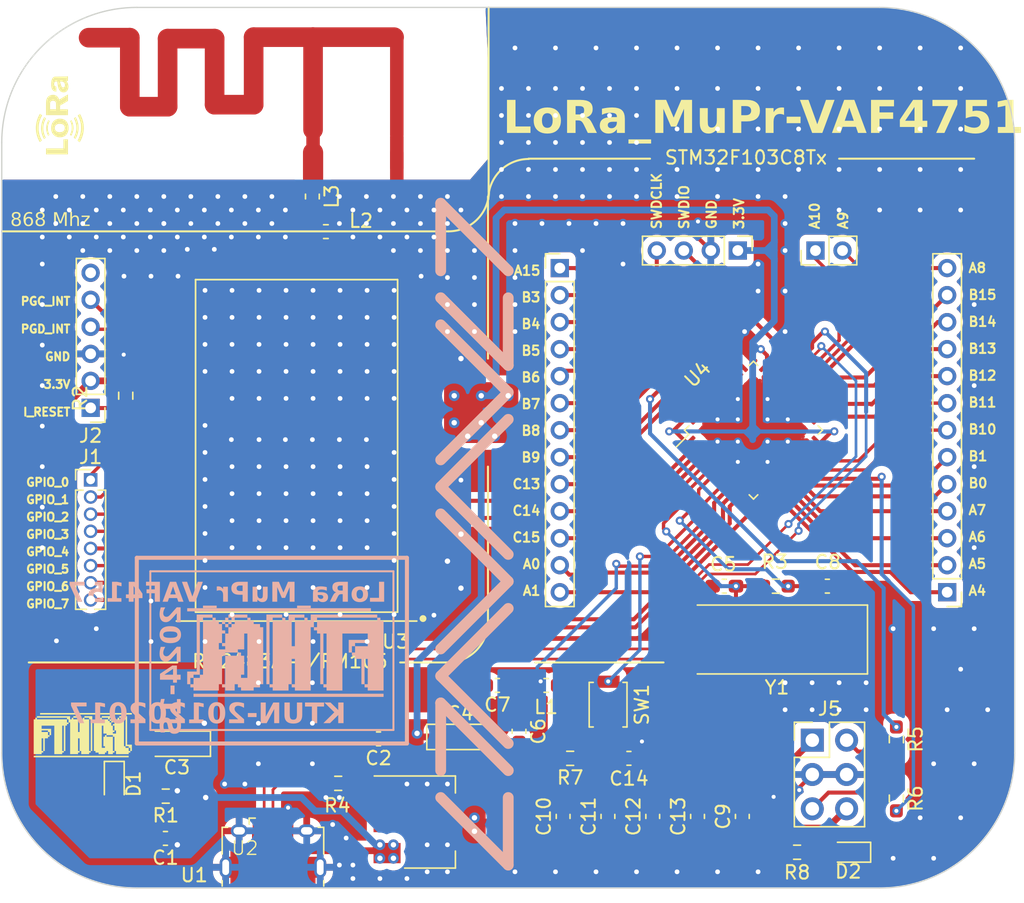
<source format=kicad_pcb>
(kicad_pcb (version 20221018) (generator pcbnew)
  (layers (0 "F.Cu" signal) (31 "B.Cu" signal) (34 "B.Paste" user) (35 "F.Paste" user) (36 "B.SilkS" user "B.Silkscreen") (37 "F.SilkS" user "F.Silkscreen") (38 "B.Mask" user) (39 "F.Mask" user) (44 "Edge.Cuts" user))
  (net 0 "")
  (net 1 "5v")
  (net 2 "GND")
  (net 3 "3.3V")
  (net 4 "HSE_OSC_IN")
  (net 5 "3.3VA")
  (net 6 "HSE_OSC_OUT")
  (net 7 "Net-(C14-Pad1)")
  (net 8 "Net-(D1-A)")
  (net 9 "L_GPIO0")
  (net 10 "L_GPIO1")
  (net 11 "L_GPIO2")
  (net 12 "L_GPIO3")
  (net 13 "L_GPIO4")
  (net 14 "L_GPIO5")
  (net 15 "L_GPIO6")
  (net 16 "L_GPIO7")
  (net 17 "I_RESET")
  (net 18 "PGD_INT")
  (net 19 "PGC_INT")
  (net 21 "SWDIO")
  (net 22 "SWDCLK")
  (net 23 "Net-(J5-Pin_2)")
  (net 24 "Net-(J5-Pin_5)")
  (net 25 "PA15")
  (net 26 "PB3")
  (net 27 "PB4")
  (net 28 "PB5")
  (net 29 "PB6")
  (net 30 "PB7")
  (net 31 "PB8")
  (net 32 "PB9")
  (net 33 "P13")
  (net 34 "PC14")
  (net 35 "PC15")
  (net 36 "PA0")
  (net 37 "PA1")
  (net 38 "PA4")
  (net 39 "PA5")
  (net 40 "PA6")
  (net 41 "PA7")
  (net 42 "PB0")
  (net 43 "PB1")
  (net 44 "PB10")
  (net 45 "PB11")
  (net 46 "PB12")
  (net 47 "PB13")
  (net 48 "PB14")
  (net 49 "PB15")
  (net 50 "PA8")
  (net 51 "USB_DP")
  (net 52 "BOOT_0")
  (net 53 "BOOT_1")
  (net 54 "RESET")
  (net 55 "USB_DN")
  (net 60 "USART2_RX")
  (net 61 "USART2_TX")
  (net 76 "USART1_TX")
  (net 77 "USART1_RX")
  (net 78 "Net-(D2-A)")
  (net 79 "Net-(L3-Pad1)")
  (net 80 "Net-(U3-RFH)")
  (footprint "Resistor_SMD:R_0603_1608Metric_Pad0.98x0.95mm_HandSolder" (layer "F.Cu") (at 170.315002 99.849999)
    (fp_text reference "R3")
    (fp_text value "1M" hide)
  )
  (footprint "Resistor_SMD:R_0603_1608Metric_Pad0.98x0.95mm_HandSolder" (layer "F.Cu") (at 179.24 111.1875 -90)
    (fp_text reference "R5")
    (fp_text value "1k" hide)
  )
  (footprint "Capacitor_SMD:C_0603_1608Metric_Pad1.08x0.95mm_HandSolder" (layer "F.Cu") (at 157.882501 116.9 90)
    (fp_text reference "C11")
    (fp_text value "100nF" hide)
  )
  (footprint "Capacitor_SMD:C_0603_1608Metric_Pad1.08x0.95mm_HandSolder" (layer "F.Cu") (at 167.835001 116.9 90)
    (fp_text reference "C9")
    (fp_text value "4u7F" hide)
  )
  (footprint "Capacitor_SMD:C_0603_1608Metric_Pad1.08x0.95mm_HandSolder" (layer "F.Cu") (at 161.2 116.9 90)
    (fp_text reference "C12")
    (fp_text value "100nF" hide)
  )
  (footprint "Connector_PinHeader_2.54mm:PinHeader_2x03_P2.54mm_Vertical" (layer "F.Cu") (at 173.015 111.255)
    (fp_text reference "J5")
    (fp_text value "Conn_02x03_Counter_Clockwise" hide)
  )
  (footprint "Capacitor_SMD:C_0603_1608Metric_Pad1.08x0.95mm_HandSolder" (layer "F.Cu") (at 140.897499 111.155001 180)
    (fp_text reference "C2")
    (fp_text value "100nF")
  )
  (footprint "Button_Switch_SMD:SW_SPST_B3U-1000P" (layer "F.Cu") (at 157.894227 108.626605 -90)
    (fp_text reference "SW1")
    (fp_text value "SW_Push")
  )
  (footprint "Capacitor_Tantalum_SMD:CP_EIA-3216-18_Kemet-A_Pad1.58x1.35mm_HandSolder" (layer "F.Cu") (at 146.957499 111.015001)
    (fp_text reference "C4")
    (fp_text value "10uF")
  )
  (footprint "user_footprint:fthgl075038" (layer "F.Cu") (at 119 111)
    (fp_text reference "G***" hide)
    (fp_text value "LOGO" hide)
  )
  (footprint "Crystal:Crystal_SMD_HC49-SD" (layer "F.Cu") (at 170.4 103.8 180)
    (fp_text reference "Y1")
    (fp_text value "Crystall")
  )
  (footprint "Capacitor_SMD:C_0603_1608Metric_Pad1.08x0.95mm_HandSolder" (layer "F.Cu") (at 125.119999 118.527501 180)
    (fp_text reference "C1")
    (fp_text value "100nF" hide)
  )
  (footprint "Inductor_SMD:L_0603_1608Metric" (layer "F.Cu") (at 153.3125 107.2 180)
    (fp_text reference "L1")
    (fp_text value "27nH" hide)
  )
  (footprint "Capacitor_SMD:C_0603_1608Metric_Pad1.08x0.95mm_HandSolder" (layer "F.Cu") (at 174.130001 99.849999 180)
    (fp_text reference "C8")
    (fp_text value "22pF" hide)
  )
  (footprint "LED_SMD:LED_0603_1608Metric_Pad1.05x0.95mm_HandSolder" (layer "F.Cu") (at 121.329999 114.490001 -90)
    (fp_text reference "D1")
    (fp_text value "LED")
  )
  (footprint "Resistor_SMD:R_0603_1608Metric_Pad0.98x0.95mm_HandSolder" (layer "F.Cu") (at 171.8875 119.55)
    (fp_text reference "R8")
    (fp_text value "1k" hide)
  )
  (footprint "Capacitor_SMD:C_0603_1608Metric_Pad1.08x0.95mm_HandSolder" (layer "F.Cu") (at 166.5 99.85)
    (fp_text reference "C5")
    (fp_text value "22pF" hide)
  )
  (footprint "Connector_PinHeader_2.00mm:PinHeader_1x02_P2.00mm_Vertical" (layer "F.Cu") (at 173.25 75 90)
    (fp_text reference "J8" hide)
    (fp_text value "Conn_01x02" hide)
  )
  (footprint "Connector_PinHeader_2.00mm:PinHeader_1x13_P2.00mm_Vertical" (layer "F.Cu") (at 183 100.299106 180)
    (fp_text reference "J7" hide)
    (fp_text value "Conn_01x13" hide)
  )
  (footprint "user_footprint:MICROCHIP_RN2483" (layer "F.Cu") (at 134.83 89.085 180)
    (fp_text reference "U3")
    (fp_text value "RN2483A-I/RM105" hide)
  )
  (footprint "_F_Library:IFA-antenna868Mhzv2" (layer "F.Cu") (at 136.05 63.7)
    (fp_text reference "U5" hide)
    (fp_text value "~" hide)
  )
  (footprint "Capacitor_Tantalum_SMD:CP_EIA-3216-18_Kemet-A_Pad1.58x1.35mm_HandSolder" (layer "F.Cu") (at 125.967499 111.517501 180)
    (fp_text reference "C3")
    (fp_text value "10uF")
  )
  (footprint "user_footprint:LORA_LOGO" (layer "F.Cu") (at 117.093494 65 90)
    (fp_text reference "G***" hide)
    (fp_text value "LOGO" hide)
  )
  (footprint "Capacitor_SMD:C_0603_1608Metric_Pad1.08x0.95mm_HandSolder" (layer "F.Cu") (at 149.7 107.2 180)
    (fp_text reference "C7")
    (fp_text value "100nF" hide)
  )
  (footprint "Resistor_SMD:R_0603_1608Metric_Pad0.98x0.95mm_HandSolder" (layer "F.Cu") (at 137.9125 114.45)
    (fp_text reference "R4")
    (fp_text value "1k5" hide)
  )
  (footprint "Connector_PinHeader_1.27mm:PinHeader_1x08_P1.27mm_Vertical" (layer "F.Cu") (at 119.579999 91.980002)
    (fp_text reference "J1")
    (fp_text value "Conn_01x08" hide)
  )
  (footprint "Connector_PinHeader_2.00mm:PinHeader_1x13_P2.00mm_Vertical" (layer "F.Cu") (at 154.31923 76.299106)
    (fp_text reference "J6" hide)
    (fp_text value "Conn_01x13" hide)
  )
  (footprint "Capacitor_SMD:C_0603_1608Metric_Pad1.08x0.95mm_HandSolder" (layer "F.Cu") (at 159.436727 112.599105)
    (fp_text reference "C14")
    (fp_text value "100nF" hide)
  )
  (footprint "Package_QFP:LQFP-48_7x7mm_P0.5mm" (layer "F.Cu") (at 168.659615 88.299106 45)
    (fp_text reference "U4")
    (fp_text value "STM32F103C8Tx")
  )
  (footprint "Inductor_SMD:L_0603_1608Metric_Pad1.05x0.95mm_HandSolder" (layer "F.Cu") (at 137 73.6)
    (fp_text reference "L2")
    (fp_text value "7.5nh")
  )
  (footprint "LED_SMD:LED_0603_1608Metric_Pad1.05x0.95mm_HandSolder" (layer "F.Cu") (at 175.675 119.55 180)
    (fp_text reference "D2")
    (fp_text value "LED" hide)
  )
  (footprint "Capacitor_SMD:C_0603_1608Metric_Pad1.08x0.95mm_HandSolder" (layer "F.Cu") (at 151.3 110.6 -90)
    (fp_text reference "C6")
    (fp_text value "1uF" hide)
  )
  (footprint "Resistor_SMD:R_0603_1608Metric_Pad0.98x0.95mm_HandSolder" (layer "F.Cu") (at 179.24 115.575 -90)
    (fp_text reference "R6")
    (fp_text value "1k" hide)
  )
  (footprint "Resistor_SMD:R_0603_1608Metric_Pad0.98x0.95mm_HandSolder" (layer "F.Cu") (at 122.180001 85.749999 -90)
    (fp_text reference "R2")
    (fp_text value "10k" hide)
  )
  (footprint "Inductor_SMD:L_0603_1608Metric_Pad1.05x0.95mm_HandSolder" (layer "F.Cu") (at 136 71 -90)
    (fp_text reference "L3")
    (fp_text value "10nH")
  )
  (footprint "Capacitor_SMD:C_0603_1608Metric_Pad1.08x0.95mm_HandSolder" (layer "F.Cu") (at 164.517501 116.9 90)
    (fp_text reference "C13")
    (fp_text value "100nF" hide)
  )
  (footprint "Connector_PinHeader_2.00mm:PinHeader_1x04_P2.00mm_Vertical" (layer "F.Cu") (at 167.5 75 -90)
    (fp_text reference "J4" hide)
    (fp_text value "Conn_01x04" hide)
  )
  (footprint "Resistor_SMD:R_0603_1608Metric_Pad0.98x0.95mm_HandSolder" (layer "F.Cu") (at 155.08673 112.599106 180)
    (fp_text reference "R7")
    (fp_text value "1k5" hide)
  )
  (footprint "Package_TO_SOT_SMD:SOT-223-3_TabPin2" (layer "F.Cu") (at 144.679999 117.315001)
    (fp_text reference "U1")
    (fp_text value "AMS1117-3.3")
  )
  (footprint "Resistor_SMD:R_0603_1608Metric_Pad0.98x0.95mm_HandSolder" (layer "F.Cu") (at 125.142499 115.397501 180)
    (fp_text reference "R1")
    (fp_text value "1k" hide)
  )
  (footprint "Capacitor_SMD:C_0603_1608Metric_Pad1.08x0.95mm_HandSolder" (layer "F.Cu") (at 154.565001 116.9 90)
    (fp_text reference "C10")
    (fp_text value "100nF" hide)
  )
  (footprint "user_footprint:USB_micro-B_amphenol_101181994_horizontal" (layer "F.Cu") (at 133.079999 119.315001)
    (fp_text reference "U2")
    (fp_text value "USB_micro-B_amphenol" hide)
  )
  (footprint "Connector_PinHeader_2.00mm:PinHeader_1x06_P2.00mm_Vertical" (layer "F.Cu") (at 119.580001 86.649999 180)
    (fp_text reference "J2")
    (fp_text value "Conn_01x06" hide)
  )
  (footprint "_F_Library:loramuprVAF4751_tamga" (layer "B.Cu") (at 134 105 180)
    (fp_text reference "REF**" hide)
    (fp_text value "loramuprVAF4751_tamga" hide)
  )
  (footprint "_F_Library:logo" (layer "B.Cu") (at 148 107 -90)
    (fp_text reference "REF**" hide)
    (fp_text value "logo" hide)
  )
  (footprint "_F_Library:logo" (layer "B.Cu") (at 148 85 90)
    (fp_text reference "REF**" hide)
    (fp_text value "logo" hide)
  )
  (gr_line (start 175 68.2) (end 185 68.2) (stroke (width 0.15)) (layer "F.SilkS"))
  (gr_arc (start 149.02132 71.22132) (mid 149.9 69.1) (end 152.02132 68.22132) (stroke (width 0.15)) (layer "F.SilkS"))
  (gr_line (start 152 68.2) (end 161 68.2) (stroke (width 0.15)) (layer "F.SilkS"))
  (gr_arc (start 149.07868 70.57868) (mid 148.200006 72.700006) (end 146.07868 73.57868) (stroke (width 0.15)) (layer "F.SilkS"))
  (gr_line (start 146.07868 73.57868) (end 113.025 73.57868) (stroke (width 0.15)) (layer "F.SilkS"))
  (gr_line (start 149.05 57) (end 149.05 70.675) (stroke (width 0.15)) (layer "F.SilkS"))
  (gr_line (start 152.5 105.5) (end 162 105.5) (stroke (width 0.15)) (layer "F.SilkS"))
  (gr_arc (start 149 102.5) (mid 148.12132 104.62132) (end 146 105.5) (stroke (width 0.15)) (layer "F.SilkS"))
  (gr_line (start 142.5 105.5) (end 146 105.5) (stroke (width 0.15)) (layer "F.SilkS"))
  (gr_line (start 115 105.5) (end 126 105.5) (stroke (width 0.15)) (layer "F.SilkS"))
  (gr_line (start 149 83) (end 149 71) (stroke (width 0.15)) (layer "F.SilkS"))
  (gr_line (start 149 102.5) (end 149 91) (stroke (width 0.15)) (layer "F.SilkS"))
  (gr_line (start 123 57) (end 178 57) (stroke (width 0.1)) (layer "Edge.Cuts"))
  (gr_line (start 188 112.2) (end 188 67) (stroke (width 0.1)) (layer "Edge.Cuts"))
  (gr_arc (start 113 67) (mid 115.928932 59.928932) (end 123 57) (stroke (width 0.1)) (layer "Edge.Cuts"))
  (gr_arc (start 178 57) (mid 185.071068 59.928932) (end 188 67) (stroke (width 0.1)) (layer "Edge.Cuts"))
  (gr_line (start 123 122.2) (end 178 122.2) (stroke (width 0.1)) (layer "Edge.Cuts"))
  (gr_arc (start 123 122.2) (mid 115.928932 119.271068) (end 113 112.2) (stroke (width 0.1)) (layer "Edge.Cuts"))
  (gr_arc (start 188 112.2) (mid 185.071068 119.271068) (end 178 122.2) (stroke (width 0.1)) (layer "Edge.Cuts"))
  (gr_line (start 113 67) (end 113 112.2) (stroke (width 0.1)) (layer "Edge.Cuts"))
  (gr_text "RN2483A-I/RM105\n" (at 127 106) (layer "F.SilkS") (effects (font (size 1 1)) (justify left bottom)))
  (gr_text "C13" (at 150.733333 92.7) (layer "F.SilkS") (effects (font (size 0.7 0.7)) (justify left bottom)))
  (gr_text "A4" (at 184.5 100.6) (layer "F.SilkS") (effects (font (size 0.7 0.7)) (justify left bottom)))
  (gr_text "GND" (at 116.13 83.21) (layer "F.SilkS") (effects (font (size 0.6 0.6)) (justify left bottom)))
  (gr_text "A8" (at 184.5 76.7) (layer "F.SilkS") (effects (font (size 0.7 0.7)) (justify left bottom)))
  (gr_text "B5" (at 151.4 82.825) (layer "F.SilkS") (effects (font (size 0.7 0.7)) (justify left bottom)))
  (gr_text "PGC_INT" (at 114.33 79.11) (layer "F.SilkS") (effects (font (size 0.6 0.6)) (justify left bottom)))
  (gr_text "A7" (at 184.5 94.624994) (layer "F.SilkS") (effects (font (size 0.7 0.7)) (justify left bottom)))
  (gr_text "B8" (at 151.4 88.75) (layer "F.SilkS") (effects (font (size 0.7 0.7)) (justify left bottom)))
  (gr_text "LoRa_MuPr-VAF4751" (at 150.1 66.7) (layer "F.SilkS") (effects (font (size 2.4 2.4) (thickness 0.25) bold) (justify left bottom)))
  (gr_text "3.3V" (at 116.015713 85.26) (layer "F.SilkS") (effects (font (size 0.6 0.6)) (justify left bottom)))
  (gr_text "B15" (at 184.5 78.691666) (layer "F.SilkS") (effects (font (size 0.7 0.7)) (justify left bottom)))
  (gr_text "B4" (at 151.4 80.85) (layer "F.SilkS") (effects (font (size 0.7 0.7)) (justify left bottom)))
  (gr_text "SWDCLK" (at 161.9 73.5 90) (layer "F.SilkS") (effects (font (size 0.7 0.7)) (justify left bottom)))
  (gr_text "B7" (at 151.4 86.775) (layer "F.SilkS") (effects (font (size 0.7 0.7)) (justify left bottom)))
  (gr_text "GPIO_3" (at 114.73 96.367142) (layer "F.SilkS") (effects (font (size 0.6 0.6)) (justify left bottom)))
  (gr_text "A10" (at 173.6 73.5 90) (layer "F.SilkS") (effects (font (size 0.7 0.7)) (justify left bottom)))
  (gr_text "B9" (at 151.4 90.725) (layer "F.SilkS") (effects (font (size 0.7 0.7)) (justify left bottom)))
  (gr_text "GPIO_6" (at 114.73 100.224284) (layer "F.SilkS") (effects (font (size 0.6 0.6)) (justify left bottom)))
  (gr_text "A0\n" (at 151.5 98.625) (layer "F.SilkS") (effects (font (size 0.7 0.7)) (justify left bottom)))
  (gr_text "GPIO_1" (at 114.73 93.795714) (layer "F.SilkS") (effects (font (size 0.6 0.6)) (justify left bottom)))
  (gr_text "B6" (at 151.4 84.8) (layer "F.SilkS") (effects (font (size 0.7 0.7)) (justify left bottom)))
  (gr_text "GPIO_2" (at 114.73 95.081428) (layer "F.SilkS") (effects (font (size 0.6 0.6)) (justify left bottom)))
  (gr_text "B13" (at 184.5 82.674998) (layer "F.SilkS") (effects (font (size 0.7 0.7)) (justify left bottom)))
  (gr_text "GPIO_7" (at 114.73 101.51) (layer "F.SilkS") (effects (font (size 0.6 0.6)) (justify left bottom)))
  (gr_text "I_RESET\n" (at 114.501428 87.31) (layer "F.SilkS") (effects (font (size 0.6 0.6)) (justify left bottom)))
  (gr_text "B1" (at 184.5 90.641662) (layer "F.SilkS") (effects (font (size 0.7 0.7)) (justify left bottom)))
  (gr_text "GND" (at 165.966666 73.5 90) (layer "F.SilkS") (effects (font (size 0.7 0.7)) (justify left bottom)))
  (gr_text "B14" (at 184.5 80.683332) (layer "F.SilkS") (effects (font (size 0.7 0.7)) (justify left bottom)))
  (gr_text "C15" (at 150.733333 96.65) (layer "F.SilkS") (effects (font (size 0.7 0.7)) (justify left bottom)))
  (gr_text "GPIO_4" (at 114.73 97.652856) (layer "F.SilkS") (effects (font (size 0.6 0.6)) (justify left bottom)))
  (gr_text "SWDIO" (at 163.933333 73.5 90) (layer "F.SilkS") (effects (font (size 0.7 0.7)) (justify left bottom)))
  (gr_text "A1" (at 151.5 100.6) (layer "F.SilkS") (effects (font (size 0.7 0.7)) (justify left bottom)))
  (gr_text "GPIO_5" (at 114.73 98.93857) (layer "F.SilkS") (effects (font (size 0.6 0.6)) (justify left bottom)))
  (gr_text "868 Mhz\n" (at 113.625 73.35) (layer "F.SilkS") (effects (font (size 1 1)) (justify left bottom)))
  (gr_text "B3" (at 151.4 78.875) (layer "F.SilkS") (effects (font (size 0.7 0.7)) (justify left bottom)))
  (gr_text "PGD_INT" (at 114.33 81.16) (layer "F.SilkS") (effects (font (size 0.6 0.6)) (justify left bottom)))
  (gr_text "A9" (at 175.7 73.5 90) (layer "F.SilkS") (effects (font (size 0.7 0.7)) (justify left bottom)))
  (gr_text "C14" (at 150.733333 94.675) (layer "F.SilkS") (effects (font (size 0.7 0.7)) (justify left bottom)))
  (gr_text "B0" (at 184.5 92.633328) (layer "F.SilkS") (effects (font (size 0.7 0.7)) (justify left bottom)))
  (gr_text "STM32F103C8Tx" (at 162 68.7) (layer "F.SilkS") (effects (font (size 1 1)) (justify left bottom)))
  (gr_text "A15" (at 150.833333 76.9) (layer "F.SilkS") (effects (font (size 0.7 0.7)) (justify left bottom)))
  (gr_text "GPIO_0" (at 114.73 92.51) (layer "F.SilkS") (effects (font (size 0.6 0.6)) (justify left bottom)))
  (gr_text "A6" (at 184.5 96.61666) (layer "F.SilkS") (effects (font (size 0.7 0.7)) (justify left bottom)))
  (gr_text "B10" (at 184.5 88.649996) (layer "F.SilkS") (effects (font (size 0.7 0.7)) (justify left bottom)))
  (gr_text "3.3V" (at 168 73.5 90) (layer "F.SilkS") (effects (font (size 0.7 0.7)) (justify left bottom)))
  (gr_text "A5" (at 184.5 98.608326) (layer "F.SilkS") (effects (font (size 0.7 0.7)) (justify left bottom)))
  (gr_text "B11" (at 184.5 86.65833) (layer "F.SilkS") (effects (font (size 0.7 0.7)) (justify left bottom)))
  (gr_text "B12" (at 184.5 84.666664) (layer "F.SilkS") (effects (font (size 0.7 0.7)) (justify left bottom)))
  (segment (start 140.559999 119.440001) (end 132.37 119.440001) (width 0.5) (layer "F.Cu") (net 1))
  (segment (start 131.779999 118.85) (end 131.779999 117.965001) (width 0.5) (layer "F.Cu") (net 1))
  (segment (start 141 119) (end 140.559999 119.440001) (width 0.5) (layer "F.Cu") (net 1))
  (segment (start 131.779999 117.965001) (end 131.779999 119.029999) (width 0.35) (layer "F.Cu") (net 1))
  (segment (start 131.779999 119.029999) (end 132 119.25) (width 0.35) (layer "F.Cu") (net 1))
  (segment (start 132.37 119.440001) (end 131.779999 118.85) (width 0.5) (layer "F.Cu") (net 1))
  (segment (start 127.404999 110.595001) (end 128 110) (width 0.5) (layer "F.Cu") (net 1))
  (segment (start 127.404999 111.517501) (end 127.404999 110.595001) (width 0.5) (layer "F.Cu") (net 1))
  (via (at 142 120) (size 0.8) (drill 0.4) (layers "F.Cu" "B.Cu") (net 1))
  (via (at 141 120) (size 0.8) (drill 0.4) (layers "F.Cu" "B.Cu") (net 1))
  (via (at 128 110) (size 0.8) (drill 0.4) (layers "F.Cu" "B.Cu") (net 1))
  (via (at 128.1 115.5) (size 0.8) (drill 0.4) (layers "F.Cu" "B.Cu") (net 1))
  (via (at 126 115) (size 0.8) (drill 0.4) (layers "F.Cu" "B.Cu") (net 1))
  (via (at 142 119) (size 0.8) (drill 0.4) (layers "F.Cu" "B.Cu") (net 1))
  (via (at 126 119) (size 0.8) (drill 0.4) (layers "F.Cu" "B.Cu") (net 1))
  (via (at 141 119) (size 0.8) (drill 0.4) (layers "F.Cu" "B.Cu") (net 1))
  (segment (start 138.2 116.5) (end 136.3 116.5) (width 0.5) (layer "B.Cu") (net 1))
  (segment (start 135.2 115.5) (end 128.1 115.5) (width 0.5) (layer "B.Cu") (net 1))
  (segment (start 139.4 117.7) (end 138.2 116.5) (width 0.5) (layer "B.Cu") (net 1))
  (segment (start 140.7 119) (end 139.4 117.7) (width 0.5) (layer "B.Cu") (net 1))
  (segment (start 141 119) (end 140.7 119) (width 0.5) (layer "B.Cu") (net 1))
  (segment (start 136.3 116.5) (end 136.2 116.5) (width 0.5) (layer "B.Cu") (net 1))
  (segment (start 136.2 116.5) (end 135.2 115.5) (width 0.5) (layer "B.Cu") (net 1))
  (segment (start 121.969999 82.649999) (end 122.03 82.71) (width 0.3) (layer "F.Cu") (net 2))
  (segment (start 165.960298 87.539702) (end 166 87.5) (width 0.3) (layer "F.Cu") (net 2))
  (segment (start 169.419019 84.357722) (end 169.419019 85.719019) (width 0.3) (layer "F.Cu") (net 2))
  (segment (start 173.193937 89.651448) (end 172.600999 89.05851) (width 0.3) (layer "F.Cu") (net 2))
  (segment (start 125.94 93.53) (end 127.63 93.53) (width 0.3) (layer "F.Cu") (net 2))
  (segment (start 167.835001 116.0375) (end 154.565001 116.0375) (width 0.3) (layer "F.Cu") (net 2))
  (segment (start 167.369381 90.65) (end 166.246613 91.772768) (width 0.3) (layer "F.Cu") (net 2))
  (segment (start 172.600999 89.05851) (end 171.29149 89.05851) (width 0.3) (layer "F.Cu") (net 2))
  (segment (start 171.29149 89.05851) (end 171.2 89.15) (width 0.3) (layer "F.Cu") (net 2))
  (segment (start 160.4 112.498332) (end 160.299227 112.599105) (width 0.3) (layer "F.Cu") (net 2))
  (segment (start 172.05 114.95) (end 172.05 114.76) (width 0.3) (layer "F.Cu") (net 2))
  (segment (start 127.47 83.37) (end 128.05 83.95) (width 0.3) (layer "F.Cu") (net 2))
  (segment (start 125.94 83.37) (end 127.47 83.37) (width 0.3) (layer "F.Cu") (net 2))
  (segment (start 169.419019 85.719019) (end 169.7 86) (width 0.3) (layer "F.Cu") (net 2))
  (segment (start 172.05 114.76) (end 173.015 113.795) (width 0.3) (layer "F.Cu") (net 2))
  (segment (start 170.011957 83.764784) (end 169.419019 84.357722) (width 0.3) (layer "F.Cu") (net 2))
  (segment (start 164.718231 87.539702) (end 165.960298 87.539702) (width 0.3) (layer "F.Cu") (net 2))
  (segment (start 134.2 117.495) (end 133.729999 117.965001) (width 0.3) (layer "F.Cu") (net 2))
  (segment (start 142.25 67.75) (end 142.25 70.75) (width 1) (layer "F.Cu") (net 2))
  (segment (start 164.55 72.85) (end 164.55 74.05) (width 0.3) (layer "F.Cu") (net 2))
  (segment (start 119.580001 82.649999) (end 121.969999 82.649999) (width 0.3) (layer "F.Cu") (net 2))
  (segment (start 164.125293 86.946764) (end 164.718231 87.539702) (width 0.3) (layer "F.Cu") (net 2))
  (segment (start 168.422501 115.45) (end 167.835001 116.0375) (width 0.3) (layer "F.Cu") (net 2))
  (segment (start 160.4 111.35) (end 160.4 112.498332) (width 0.3) (layer "F.Cu") (net 2))
  (segment (start 142.25 70.75) (end 142 71) (width 1) (layer "F.Cu") (net 2))
  (segment (start 170.15 115.45) (end 168.422501 115.45) (width 0.3) (layer "F.Cu") (net 2))
  (segment (start 125.96 93.51) (end 125.94 93.53) (width 0.3) (layer "F.Cu") (net 2))
  (segment (start 164.55 74.05) (end 165.5 75) (width 0.3) (layer "F.Cu") (net 2))
  (segment (start 127.63 93.53) (end 128.05 93.95) (width 0.3) (layer "F.Cu") (net 2))
  (segment (start 167.5 90.65) (end 167.369381 90.65) (width 0.3) (layer "F.Cu") (net 2))
  (segment (start 134.2 116.25) (end 134.2 117.495) (width 0.3) (layer "F.Cu") (net 2))
  (via (at 169.7 90.65) (size 0.6) (drill 0.3) (layers "F.Cu" "B.Cu") (net 2))
  (via (at 171 75) (size 0.7) (drill 0.35) (layers "F.Cu" "B.Cu") (net 2))
  (via (at 137 115.5) (size 0.7) (drill 0.35) (layers "F.Cu" "B.Cu") (net 2))
  (via (at 175 60) (size 0.7) (drill 0.35) (layers "F.Cu" "B.Cu") (net 2))
  (via (at 152 71) (size 0.7) (drill 0.35) (layers "F.Cu" "B.Cu") (net 2))
  (via (at 132 113) (size 0.7) (drill 0.35) (layers "F.Cu" "B.Cu") (net 2))
  (via (at 119 73) (size 0.7) (drill 0.35) (layers "F.Cu" "B.Cu") (net 2))
  (via (at 143 114.5) (size 0.7) (drill 0.35) (layers "F.Cu" "B.Cu") (net 2))
  (via (at 163 60) (size 0.7) (drill 0.35) (layers "F.Cu" "B.Cu") (net 2))
  (via (at 184 60) (size 0.7) (drill 0.35) (layers "F.Cu" "B.Cu") (net 2))
  (via (at 142.05 81.95) (size 0.7) (drill 0.35) (layers "F.Cu" "B.Cu") (net 2))
  (via (at 167.5 90.65) (size 0.6) (drill 0.3) (layers "F.Cu" "B.Cu") (net 2))
  (via (at 141 72) (size 0.7) (drill 0.35) (layers "F.Cu" "B.Cu") (net 2))
  (via (at 169.7 86) (size 0.6) (drill 0.3) (layers "F.Cu" "B.Cu") (net 2))
  (via (at 116 88) (size 0.7) (drill 0.35) (layers "F.Cu" "B.Cu") (net 2))
  (via (at 185 85) (size 0.7) (drill 0.35) (layers "F.Cu" "B.Cu") (net 2))
  (via (at 116 82) (size 0.7) (drill 0.35) (layers "F.Cu" "B.Cu") (net 2))
  (via (at 147 72) (size 0.7) (drill 0.35) (layers "F.Cu" "B.Cu") (net 2))
  (via (at 163 71) (size 0.7) (drill 0.35) (layers "F.Cu" "B.Cu") (net 2))
  (via (at 128.05 83.95) (size 0.7) (drill 0.35) (layers "F.Cu" "B.Cu") (net 2))
  (via (at 134.05 85.95) (size 0.7) (drill 0.35) (layers "F.Cu" "B.Cu") (net 2))
  (via (at 128.05 79.95) (size 0.7) (drill 0.35) (layers "F.Cu" "B.Cu") (net 2))
  (via (at 178 72) (size 0.7) (drill 0.35) (layers "F.Cu" "B.Cu") (net 2))
  (via (at 175 69) (size 0.7) (drill 0.35) (layers "F.Cu" "B.Cu") (net 2))
  (via (at 154 60) (size 0.7) (drill 0.35) (layers "F.Cu" "B.Cu") (net 2))
  (via (at 128.05 103.95) (size 0.7) (drill 0.35) (layers "F.Cu" "B.Cu") (net 2))
  (via (at 171 73) (size 0.7) (drill 0.35) (layers "F.Cu" "B.Cu") (net 2))
  (via (at 136.05 91) (size 0.7) (drill 0.35) (layers "F.Cu" "B.Cu") (net 2))
  (via (at 138 89) (size 0.7) (drill 0.35) (layers "F.Cu" "B.Cu") (net 2))
  (via (at 138.05 91) (size 0.7) (drill 0.35) (layers "F.Cu" "B.Cu") (net 2))
  (via (at 128.05 95.95) (size 0.7) (drill 0.35) (layers "F.Cu" "B.Cu") (net 2))
  (via (at 136 107) (size 0.7) (drill 0.35) (layers "F.Cu" "B.Cu") (net 2))
  (via (at 130 74) (size 0.7) (drill 0.35) (layers "F.Cu" "B.Cu") (net 2))
  (via (at 138.05 101.95) (size 0.7) (drill 0.35) (layers "F.Cu" "B.Cu") (net 2))
  (via (at 128.05 89.95) (size 0.7) (drill 0.35) (layers "F.Cu" "B.Cu") (net 2))
  (via (at 126 74) (size 0.7) (drill 0.35) (layers "F.Cu" "B.Cu") (net 2))
  (via (at 177 107) (size 0.7) (drill 0.35) (layers "F.Cu" "B.Cu") (net 2))
  (via (at 136.05 77.95) (size 0.7) (drill 0.35) (layers "F.Cu" "B.Cu") (net 2))
  (via (at 152 67) (size 0.7) (drill 0.35) (layers "F.Cu" "B.Cu") (net 2))
  (via (at 146 77) (size 0.7) (drill 0.35) (layers "F.Cu" "B.Cu") (net 2))
  (via (at 157 60) (size 0.7) (drill 0.35) (layers "F.Cu" "B.Cu") (net 2))
  (via (at 184 63) (size 0.7) (drill 0.35) (layers "F.Cu" "B.Cu") (net 2))
  (via (at 160 121) (size 0.7) (drill 0.35) (layers "F.Cu" "B.Cu") (net 2))
  (via (at 181 63) (size 0.7) (drill 0.35) (layers "F.Cu" "B.Cu") (net 2))
  (via (at 133 73) (size 0.7) (drill 0.35) (layers "F.Cu" "B.Cu") (net 2))
  (via (at 163 63) (size 0.7) (drill 0.35) (layers "F.Cu" "B.Cu") (net 2))
  (via (at 134 89) (size 0.7) (drill 0.35) (layers "F.Cu" "B.Cu") (net 2))
  (via (at 157 121) (size 0.7) (drill 0.35) (layers "F.Cu" "B.Cu") (net 2))
  (via (at 130.05 97) (size 0.7) (drill 0.35) (layers "F.Cu" "B.Cu") (net 2))
  (via (at 142 75) (size 0.7) (drill 0.35) (layers "F.Cu" "B.Cu") (net 2))
  (via (at 151 77) (size 0.7) (drill 0.35) (layers "F.Cu" "B.Cu") (net 2))
  (via (at 144 73) (size 0.7) (drill 0.35) (layers "F.Cu" "B.Cu") (net 2))
  (via (at 152 69) (size 0.7) (drill 0.35) (layers "F.Cu" "B.Cu") (net 2))
  (via (at 140.05 79.95) (size 0.7) (drill 0.35) (layers "F.Cu" "B.Cu") (net 2))
  (via (at 140.05 81.95) (size 0.7) (drill 0.35) (layers "F.Cu" "B.Cu") (net 2))
  (via (at 157 73) (size 0.7) (drill 0.35) (layers "F.Cu" "B.Cu") (net 2))
  (via (at 163 69) (size 0.7) (drill 0.35) (layers "F.Cu" "B.Cu") (net 2))
  (via (at 129 73) (size 0.7) (drill 0.35) (layers "F.Cu" "B.Cu") (net 2))
  (via (at 130.05 77.95) (size 0.7) (drill 0.35) (layers "F.Cu" "B.Cu") (net 2))
  (via (at 140.05 95) (size 0.7) (drill 0.35) (layers "F.Cu" "B.Cu") (net 2))
  (via (at 128 72) (size 0.7) (drill 0.35) (layers "F.Cu" "B.Cu") (net 2))
  (via (at 166 60) (size 0.7) (drill 0.35) (layers "F.Cu" "B.Cu") (net 2))
  (via (at 154 71) (size 0.7) (drill 0.35) (layers "F.Cu" "B.Cu") (net 2))
  (via (at 158 67) (size 0.7) (drill 0.35) (layers "F.Cu" "B.Cu") (net 2))
  (via (at 138.05 93) (size 0.7) (drill 0.35) (layers "F.Cu" "B.Cu") (net 2))
  (via (at 138 115.5) (size 0.7) (drill 0.35) (layers "F.Cu" "B.Cu") (net 2))
  (via (at 152 63) (size 0.7) (drill 0.35) (layers "F.Cu" "B.Cu") (net 2))
  (via (at 126.05 76.9) (size 0.7) (drill 0.35) (layers "F.Cu" "B.Cu") (net 2))
  (via (at 133 71) (size 0.7) (drill 0.35) (layers "F.Cu" "B.Cu") (net 2))
  (via (at 154 121) (size 0.7) (drill 0.35) (layers "F.Cu" "B.Cu") (net 2))
  (via (at 171.2 87.5) (size 0.6) (drill 0.3) (layers "F.Cu" "B.Cu") (net 2))
  (via (at 182 113) (size 0.7) (drill 0.35) (layers "F.Cu" "B.Cu") (net 2))
  (via (at 132.05 97) (size 0.7) (drill 0.35) (layers "F.Cu" "B.Cu") (net 2))
  (via (at 146 119) (size 0.7) (drill 0.35) (layers "F.Cu" "B.Cu") (net 2))
  (via (at 179 120) (size 0.7) (drill 0.35) (layers "F.Cu" "B.Cu") (net 2))
  (via (at 142.05 97.95) (size 0.7) (drill 0.35) (layers "F.Cu" "B.Cu") (net 2))
  (via (at 154 67) (size 0.7) (drill 0.35) (layers "F.Cu" "B.Cu") (net 2))
  (via (at 185 79) (size 0.7) (drill 0.35) (layers "F.Cu" "B.Cu") (net 2))
  (via (at 138.5 118.5) (size 0.7) (drill 0.35) (layers "F.Cu" "B.Cu") (net 2))
  (via (at 138.05 81.95) (size 0.7) (drill 0.35) (layers "F.Cu" "B.Cu") (net 2))
  (via (at 132 110) (size 0.7) (drill 0.35) (layers "F.Cu" "B.Cu") (net 2))
  (via (at 136.05 103.95) (size 0.7) (drill 0.35) (layers "F.Cu" "B.Cu") (net 2))
  (via (at 139 72) (size 0.7) (drill 0.35) (layers "F.Cu" "B.Cu") (net 2))
  (via (at 127 71) (size 0.7) (drill 0.35) (layers "F.Cu" "B.Cu") (net 2))
  (via (at 123 73) (size 0.7) (drill 0.35) (layers "F.Cu" "B.Cu") (net 2))
  (via (at 140.05 83.95) (size 0.7) (drill 0.35) (layers "F.Cu" "B.Cu") (net 2))
  (via (at 120 74) (size 0.7) (drill 0.35) (layers "F.Cu" "B.Cu") (net 2))
  (via (at 175 72) (size 0.7) (drill 0.35) (layers "F.Cu" "B.Cu") (net 2))
  (via (at 121 73) (size 0.7) (drill 0.35) (layers "F.Cu" "B.Cu") (net 2))
  (via (at 127 73) (size 0.7) (drill 0.35) (layers "F.Cu" "B.Cu") (net 2))
  (via (at 167.5 87.5) (size 0.6) (drill 0.3) (layers "F.Cu" "B.Cu") (net 2))
  (via (at 136.05 79.95) (size 0.7) (drill 0.35) (layers "F.Cu" "B.Cu") (net 2))
  (via (at 136.05 93) (size 0.7) (drill 0.35) (layers "F.Cu" "B.Cu") (net 2))
  (via (at 134.05 91) (size 0.7) (drill 0.35) (layers "F.Cu" "B.Cu") (net 2))
  (via (at 140.05 97) (size 0.7) (drill 0.35) (layers "F.Cu" "B.Cu") (net 2))
  (via (at 134.05 81.95) (size 0.7) (drill 0.35) (layers "F.Cu" "B.Cu") (net 2))
  (via (at 147 92) (size 0.7) (drill 0.35) (layers "F.Cu" "B.Cu") (net 2))
  (via (at 124.05 76.9) (size 0.7) (drill 0.35) (layers "F.Cu" "B.Cu") (net 2))
  (via (at 164.55 72.85) (size 0.6) (drill 0.3) (layers "F.Cu" "B.Cu") (net 2))
  (via (at 132.05 103.95) (size 0.7) (drill 0.35) (layers "F.Cu" "B.Cu") (net 2))
  (via (at 177 109) (size 0.7) (drill 0.35) (layers "F.Cu" "B.Cu") (net 2))
  (via (at 128.05 91.95) (size 0.7) (drill 0.35) (layers "F.Cu" "B.Cu") (net 2))
  (via (at 156 69) (size 0.7) (drill 0.35) (layers "F.Cu" "B.Cu") (net 2))
  (via (at 128.05 87.95) (size 0.7) (drill 0.35) (layers "F.Cu" "B.Cu") (net 2))
  (via (at 128.05 81.95) (size 0.7) (drill 0.35) (layers "F.Cu" "B.Cu") (net 2))
  (via (at 130 89) (size 0.7) (drill 0.35) (layers "F.Cu" "B.Cu") (net 2))
  (via (at 181 72) (size 0.7) (drill 0.35) (layers "F.Cu" "B.Cu") (net 2))
  (via (at 116 94) (size 0.7) (drill 0.35) (layers "F.Cu" "B.Cu") (net 2))
  (via (at 118 72) (size 0.7) (drill 0.35) (layers "F.Cu" "B.Cu") (net 2))
  (via (at 143 74) (size 0.7) (drill 0.35) (layers "F.Cu" "B.Cu") (net 2))
  (via (at 130.05 85.95) (size 0.7) (drill 0.35) (layers "F.Cu" "B.Cu") (net 2))
  (via (at 136 113) (size 0.7) (drill 0.35) (layers "F.Cu" "B.Cu") (net 2))
  (via (at 172 63) (size 0.7) (drill 0.35) (layers "F.Cu" "B.Cu") (net 2))
  (via (at 160 71) (size 0.7) (drill 0.35) (layers "F.Cu" "B.Cu") (net 2))
  (via (at 156 65) (size 0.7) (drill 0.35) (layers "F.Cu" "B.Cu") (net 2))
  (via (at 118 74) (size 0.7) (drill 0.35) (layers "F.Cu" "B.Cu") (net 2))
  (via (at 148 77) (size 0.7) (drill 0.35) (layers "F.Cu" "B.Cu") (net 2))
  (via (at 169 71) (size 0.7) (drill 0.35) (layers "F.Cu" "B.Cu") (net 2))
  (via (at 142.05 93.95) (size 0.7) (drill 0.35) (layers "F.Cu" "B.Cu") (net 2))
  (via (at 116 97) (size 0.7) (drill 0.35) (layers "F.Cu" "B.Cu") (net 2))
  (via (at 123 75) (size 0.7) (drill 0.35) (layers "F.Cu" "B.Cu") (net 2))
  (via (at 181 60) (size 0.7) (drill 0.35) (layers "F.Cu" "B.Cu") (net 2))
  (via (at 132 74) (size 0.7) (drill 0.35) (layers "F.Cu" "B.Cu") (net 2))
  (via (at 156 71) (size 0.7) (drill 0.35) (layers "F.Cu" "B.Cu") (net 2))
  (via (at 147 96) (size 0.8) (drill 0.4) (layers "F.Cu" "B.Cu") (net 2))
  (via (at 166 63) (size 0.7) (drill 0.35) (layers "F.Cu" "B.Cu") (net 2))
  (via (at 128.73749 74.911464) (size 0.7) (drill 0.35) (layers "F.Cu" "B.Cu") (net 2))
  (via (at 142.05 101.95) (size 0.7) (drill 0.35) (layers "F.Cu" "B.Cu") (net 2))
  (via (at 146 81) (size 0.7) (drill 0.35) (layers "F.Cu" "B.Cu") (net 2))
  (via (at 116 79) (size 0.7) (drill 0.35) (layers "F.Cu" "B.Cu") (net 2))
  (via (at 117 71) (size 0.7) (drill 0.35) (layers "F.Cu" "B.Cu") (net 2))
  (via (at 129 71) (size 0.7) (drill 0.35) (layers "F.Cu" "B.Cu") (net 2))
  (via (at 153 73) (size 0.7) (drill 0.35) (layers "F.Cu" "B.Cu") (net 2))
  (via (at 185 113) (size 0.7) (drill 0.35) (layers "F.Cu" "B.Cu") (net 2))
  (via (at 140.05 93) (size 0.7) (drill 0.35) (layers "F.Cu" "B.Cu") (net 2))
  (via (at 151 75) (size 0.7) (drill 0.35) (layers "F.Cu" "B.Cu") (net 2))
  (via (at 150 67) (size 0.7) (drill 0.35) (layers "F.Cu" "B.Cu") (net 2))
  (via (at 130.05 83.95) (size 0.7) (drill 0.35) (layers "F.Cu" "B.Cu") (net 2))
  (via (at 132.05 99.95) (size 0.7) (drill 0.35) (layers "F.Cu" "B.Cu") (net 2))
  (via (at 146 98) (size 0.8) (drill 0.4) (layers "F.Cu" "B.Cu") (net 2))
  (via (at 132 107) (size 0.7) (drill 0.35) (layers "F.Cu" "B.Cu") (net 2))
  (via (at 140.05 91) (size 0.7) (drill 0.35) (layers "F.Cu" "B.Cu") (net 2))
  (via (at 140.05 99.95) (size 0.7) (drill 0.35) (layers "F.Cu" "B.Cu") (net 2))
  (via (at 134 74) (size 0.7) (drill 0.35) (layers "F.Cu" "B.Cu") (net 2))
  (via (at 166 87.5) (size 0.6) (drill 0.3) (layers "F.Cu" "B.Cu") (net 2))
  (via (at 140 73) (size 0.7) (drill 0.35) (layers "F.Cu" "B.Cu") (net 2))
  (via (at 151 73) (size 0.7) (drill 0.35) (layers "F.Cu" "B.Cu") (net 2))
  (via (at 139 121.5) (size 0.7) (drill 0.35) (layers "F.Cu" "B.Cu") (net 2))
  (via (at 120 103) (size 0.7) (drill 0.35) (layers "F.Cu" "B.Cu") (net 2))
  (via (at 128.05 99.95) (size 0.7) (drill 0.35) (layers "F.Cu" "B.Cu") (net 2))
  (via (at 185 103) (size 0.7) (drill 0.35) (layers "F.Cu" "B.Cu") (net 2))
  (via (at 132.05 85.95) (size 0.7) (drill 0.35) (layers "F.Cu" "B.Cu") (net 2))
  (via (at 150 69) (size 0.7) (drill 0.35) (layers "F.Cu" "B.Cu") (net 2))
  (via (at 152 65) (size 0.7) (drill 0.35) (layers "F.Cu" "B.Cu") (net 2))
  (via (at 131 71) (size 0.7) (drill 0.35) (layers "F.Cu" "B.Cu") (net 2))
  (via (at 147 83) (size 0.8) (drill 0.4) (layers "F.Cu" "B.Cu") (net 2))
  (via (at 134.05 93) (size 0.7) (drill 0.35) (layers "F.Cu" "B.Cu") (net 2))
  (via (at 122 74) (size 0.7) (drill 0.35) (layers "F.Cu" "B.Cu") (net 2))
  (via (at 154 63) (size 0.7) (drill 0.35) (layers "F.Cu" "B.Cu") (net 2))
  (via (at 144.5 119) (size 0.7) (drill 0.35) (layers "F.Cu" "B.Cu") (net 2))
  (via (at 134.2 116.25) (size 0.6) (drill 0.3) (layers "F.Cu" "B.Cu") (net 2))
  (via (at 144 75) (size 0.7) (drill 0.35) (layers "F.Cu" "B.Cu") (net 2))
  (via (at 178 60) (size 0.7) (drill 0.35) (layers "F.Cu" "B.Cu") (net 2))
  (via (at 146 121) (size 0.7) (drill 0.35) (layers "F.Cu" "B.Cu") (net 2))
  (via (at 132 72) (size 0.7) (drill 0.35) (layers "F.Cu" "B.Cu") (net 2))
  (via (at 167.5 89.15) (size 0.6) (drill 0.3) (layers "F.Cu" "B.Cu") (net 2))
  (via (at 124.05 103.95) (size 0.7) (drill 0.35) (layers "F.Cu" "B.Cu") (net 2))
  (via (at 130 72) (size 0.7) (drill 0.35) (layers "F.Cu" "B.Cu") (net 2))
  (via (at 140.05 103.95) (size 0.7) (drill 0.35) (layers "F.Cu" "B.Cu") (net 2))
  (via (at 182 120) (size 0.7) (drill 0.35) (layers "F.Cu" "B.Cu") (net 2))
  (via (at 131 73) (size 0.7) (drill 0.35) (layers "F.Cu" "B.Cu") (net 2))
  (via (at 136.05 81.95) (size 0.7) (drill 0.35) (layers "F.Cu" "B.Cu") (net 2))
  (via (at 146 73) (size 0.7) (drill 0.35) (layers "F.Cu" "B.Cu") (net 2))
  (via (at 128.05 77.95) (size 0.7) (drill 0.35) (layers "F.Cu" "B.Cu") (net 2))
  (via (at 142.05 95.95) (size 0.7) (drill 0.35) (layers "F.Cu" "B.Cu") (net 2))
  (via (at 175 63) (size 0.7) (drill 0.35) (layers "F.Cu" "B.Cu") (net 2))
  (via (at 146 71) (size 0.7) (drill 0.35) (layers "F.Cu" "B.Cu") (net 2))
  (via (at 128.05 97.95) (size 0.7) (drill 0.35) (layers "F.Cu" "B.Cu") (net 2))
  (via (at 128 74) (size 0.7) (drill 0.35) (layers "F.Cu" "B.Cu") (net 2))
  (via (at 171 71) (size 0.7) (drill 0.35) (layers "F.Cu" "B.Cu") (net 2))
  (via (at 142.05 79.95) (size 0.7) (drill 0.35) (layers "F.Cu" "B.Cu") (net 2))
  (via (at 138 73) (size 0.7) (drill 0.35) (layers "F.Cu" "B.Cu") (net 2))
  (via (at 184 69) (size 0.7) (drill 0.35) (layers "F.Cu" "B.Cu") (net 2))
  (via (at 158 69) (size 0.7) (drill 0.35) (layers "F.Cu" "B.Cu") (net 2))
  (via (at 132.05 91) (size 0.7) (drill 0.35) (layers "F.Cu" "B.Cu") (net 2))
  (via (at 171 107) (size 0.7) (drill 0.35) (layers "F.Cu" "B.Cu") (net 2))
  (via (at 184 106) (size 0.7) (drill 0.35) (layers "F.Cu" "B.Cu") (net 2))
  (via (at 160 63) (size 0.7) (drill 0.35) (layers "F.Cu" "B.Cu") (net 2))
  (via (at 141 74) (size 0.7) (drill 0.35) (layers "F.Cu" "B.Cu") (net 2))
  (via (at 182 103) (size 0.7) (drill 0.35) (layers "F.Cu" "B.Cu") (net 2))
  (via (at 142.05 85.95) (size 0.7) (drill 0.35) (layers "F.Cu" "B.Cu") (net 2))
  (via (at 134 72) (size 0.7) (drill 0.35) (layers "F.Cu" "B.Cu") (net 2))
  (via (at 121 75) (size 0.7) (drill 0.35) (layers "F.Cu" "B.Cu") (net 2))
  (via (at 154 65) (size 0.7) (drill 0.35) (layers "F.Cu" "B.Cu") (net 2))
  (via (at 138.05 97) (size 0.7) (drill 0.35) (layers "F.Cu" "B.Cu") (net 2))
  (via (at 167.5 86) (size 0.6) (drill 0.3) (layers "F.Cu" "B.Cu") (net 2))
  (via (at 138.05 85.95) (size 0.7) (drill 0.35) (layers "F.Cu" "B.Cu") (net 2))
  (via (at 181 66) (size 0.7) (drill 0.35) (layers "F.Cu" "B.Cu") (net 2))
  (via (at 169 121) (size 0.7) (drill 0.35) (layers "F.Cu" "B.Cu") (net 2))
  (via (at 139 74) (size 0.7) (drill 0.35) (layers "F.Cu" "B.Cu") (net 2))
  (via (at 166 121) (size 0.7) (drill 0.35) (layers "F.Cu" "B.Cu") (net 2))
  (via (at 175 66) (size 0.7) (drill 0.35) (layers "F.Cu" "B.Cu") (net 2))
  (via (at 168 81) (size 0.7) (drill 0.35) (layers "F.Cu" "B.Cu") (net 2))
  (via (at 158 63) (size 0.7) (drill 0.35) (layers "F.Cu" "B.Cu") (net 2))
  (via (at 154 69) (size 0.7) (drill 0.35) (layers "F.Cu" "B.Cu") (net 2))
  (via (at 138 120.5) (size 0.7) (drill 0.35) (layers "F.Cu" "B.Cu") (net 2))
  (via (at 158 71) (size 0.7) (drill 0.35) (layers "F.Cu" "B.Cu") (net 2))
  (via (at 140.05 77.95) (size 0.7) (drill 0.35) (layers "F.Cu" "B.Cu") (net 2))
  (via (at 144.5 114.5) (size 0.7) (drill 0.35) (layers "F.Cu" "B.Cu") (net 2))
  (via (at 122.03 82.71) (size 0.6) (drill 0.3) (layers "F.Cu" "B.Cu") (net 2))
  (via (at 124 72) (size 0.7) (drill 0.35) (layers "F.Cu" "B.Cu") (net 2))
  (via (at 138.05 83.95) (size 0.7) (drill 0.35) (layers "F.Cu" "B.Cu") (net 2))
  (via (at 138.05 79.95) (size 0.7) (drill 0.35) (layers "F.Cu" "B.Cu") (net 2))
  (via (at 134.05 97) (size 0.7) (drill 0.35) (layers "F.Cu" "B.Cu") (net 2))
  (via (at 142.05 77.95) (size 0.7) (drill 0.35) (layers "F.Cu" "B.Cu") (net 2))
  (via (at 147 100) (size 0.8) (drill 0.4) (layers "F.Cu" "B.Cu") (net 2))
  (via (at 130.05 95) (size 0.7) (drill 0.35) (layers "F.Cu" "B.Cu") (net 2))
  (via (at 181 69) (size 0.7) (drill 0.35) (layers "F.Cu" "B.Cu") (net 2))
  (via (at 166 71) (size 0.7) (drill 0.35) (layers "F.Cu" "B.Cu") (net 2))
  (via (at 145 74) (size 0.7) (drill 0.35) (layers "F.Cu" "B.Cu") (net 2))
  (via (at 184 72) (size 0.7) (drill 0.35) (layers "F.Cu" "B.Cu") (net 2))
  (via (at 132.05 83.95) (size 0.7) (drill 0.35) (layers "F.Cu" "B.Cu") (net 2))
  (via (at 136.05 85.95) (size 0.7) (drill 0.35) (layers "F.Cu" "B.Cu") (net 2))
  (via (at 122 72) (size 0.7) (drill 0.35) (layers "F.Cu" "B.Cu") (net 2))
  (via (at 132.05 89) (size 0.7) (drill 0.35) (layers "F.Cu" "B.Cu") (net 2))
  (via (at 160.4 111.35) (size 0.6) (drill 0.3) (layers "F.Cu" "B.Cu") (net 2))
  (via (at 140 89) (size 0.7) (drill 0.35) (layers "F.Cu" "B.Cu") (net 2))
  (via (at 134.05 77.95) (size 0.7) (drill 0.35) (layers "F.Cu" "B.Cu") (net 2))
  (via (at 117.05 103.9) (size 0.7) (drill 0.35) (layers "F.Cu" "B.Cu") (net 2))
  (via (at 184 117) (size 0.7) (drill 0.35) (layers "F.Cu" "B.Cu") (net 2))
  (via (at 132.05 77.95) (size 0.7) (drill 0.35) (layers "F.Cu" "B.Cu") (net 2))
  (via (at 163 66) (size 0.7) (drill 0.35) (layers "F.Cu" "B.Cu") (net 2))
  (via (at 137.5 117.5) (size 0.7) (drill 0.35) (layers "F.Cu" "B.Cu") (net 2))
  (via (at 150 71) (size 0.7) (drill 0.35) (layers "F.Cu" "B.Cu") (net 2))
  (via (at 119 75) (size 0.7) (drill 0.35) (layers "F.Cu" "B.Cu") (net 2))
  (via (at 170.15 115.45) (size 0.6) (drill 0.3) (layers "F.Cu" "B.Cu") (net 2))
  (via (at 148 75) (size 0.7) (drill 0.35) (layers "F.Cu" "B.Cu") (net 2))
  (via (at 132.05 95) (size 0.7) (drill 0.35) (layers "F.Cu" "B.Cu") (net 2))
  (via (at 151 121) (size 0.7) (drill 0.35) (layers "F.Cu" "B.Cu") (net 2))
  (via (at 173 107) (size 0.7) (drill 0.35) (layers "F.Cu" "B.Cu") (net 2))
  (via (at 169.7 87.5) (size 0.6) (drill 0.3) (layers "F.Cu" "B.Cu") (net 2))
  (via (at 116 91) (size 0.7) (drill 0.35) (layers "F.Cu" "B.Cu") (net 2))
  (via (at 142.05 89.95) (size 0.7) (drill 0.35) (layers "F.Cu" "B.Cu") (net 2))
  (via (at 178 66) (size 0.7) (drill 0.35) (layers "F.Cu" "B.Cu") (net 2))
  (via (at 172 66) (size 0.7) (drill 0.35) (layers "F.Cu" "B.Cu") (net 2))
  (via (at 139 120.5) (size 0.7) (drill 0.35) (layers "F.Cu" "B.Cu") (net 2))
  (via (at 117 73) (size 0.7) (drill 0.35) (layers "F.Cu" "B.Cu") (net 2))
  (via (at 136.05 83.95) (size 0.7) (drill 0.35) (layers "F.Cu" "B.Cu") (net 2))
  (via (at 130.05 91) (size 0.7) (drill 0.35) (layers "F.Cu" "B.Cu") (net 2))
  (via (at 136.05 97) (size 0.7) (drill 0.35) (layers "F.Cu" "B.Cu") (net 2))
  (via (at 140.05 85.95) (size 0.7) (drill 0.35) (layers "F.Cu" "B.Cu") (net 2))
  (via (at 169 78) (size 0.7) (drill 0.35) (layers "F.Cu" "B.Cu") (net 2))
  (via (at 172 60) (size 0.7) (drill 0.35) (layers "F.Cu" "B.Cu") (net 2))
  (via (at 136.05 99.95) (size 0.7) (drill 0.35) (layers "F.Cu" "B.Cu") (net 2))
  (via (at 142 73) (size 0.7) (drill 0.35) (layers "F.Cu" "B.Cu") (net 2))
  (via (at 178 63) (size 0.7) (drill 0.35) (layers "F.Cu" "B.Cu") (net 2))
  (via (at 156 67) (size 0.7) (drill 0.35) (layers "F.Cu" "B.Cu") (net 2))
  (via (at 169 63) (size 0.7) (drill 0.35) (layers "F.Cu" "B.Cu") (net 2))
  (via (at 156 63) (size 0.7) (drill 0.35) (layers "F.Cu" "B.Cu") (net 2))
  (via (at 185 91) (size 0.7) (drill 0.35) (layers "F.Cu" "B.Cu") (net 2))
  (via (at 138 71) (size 0.7) (drill 0.35) (layers "F.Cu" "B.Cu") (net 2))
  (via (at 124.05 100.95) (size 0.7) (drill 0.35) (layers "F.Cu" "B.Cu") (net 2))
  (via (at 144.05 76.9) (size 0.7) (drill 0.35) (layers "F.Cu" "B.Cu") (net 2))
  (via (at 169 69) (size 0.7) (drill 0.35) (layers "F.Cu" "B.Cu") (net 2))
  (via (at 134.05 79.95) (size 0.7) (drill 0.35) (layers "F.Cu" "B.Cu") (net 2))
  (via (at 181 117) (size 0.7) (drill 0.35) (layers "F.Cu" "B.Cu") (net 2))
  (via (at 125 73) (size 0.7) (drill 0.35) (layers "F.Cu" "B.Cu") (net 2))
  (via (at 151 81) (size 0.7) (drill 0.35) (layers "F.Cu" "B.Cu") (net 2))
  (via (at 132.05 79.95) (size 0.7) (drill 0.35) (layers "F.Cu" "B.Cu") (net 2))
  (via (at 166 69) (size 0.7) (drill 0.35) (layers "F.Cu" "B.Cu") (net 2))
  (via (at 141 121.5) (size 0.7) (drill 0.35) (layers "F.Cu" "B.Cu") (net 2))
  (via (at 132.05 81.95) (size 0.7) (drill 0.35) (layers "F.Cu" "B.Cu") (net 2))
  (via (at 143 121.5) (size 0.7) (drill 0.35) (layers "F.Cu" "B.Cu") (net 2))
  (via (at 159 73) (size 0.7) (drill 0.35) (layers "F.Cu" "B.Cu") (net 2))
  (via (at 169 66) (size 0.7) (drill 0.35) (layers "F.Cu" "B.Cu") (net 2))
  (via (at 160 65) (size 0.7) (drill 0.35) (layers "F.Cu" "B.Cu") (net 2))
  (via (at 142.05 83.95) (size 0.7) (drill 0.35) (layers "F.Cu" "B.Cu") (net 2))
  (via (at 125 71) (size 0.7) (drill 0.35) (layers "F.Cu" "B.Cu") (net 2))
  (via (at 136 89) (size 0.7) (drill 0.35) (layers "F.Cu" "B.Cu") (net 2))
  (via (at 169 60) (size 0.7) (drill 0.35) (layers "F.Cu" "B.Cu") (net 2))
  (via (at 145 72) (size 0.7) (drill 0.35) (layers "F.Cu" "B.Cu") (net 2))
  (via (at 143 72) (size 0.7) (drill 0.35) (layers "F.Cu" "B.Cu") (net 2))
  (via (at 163 121) (size 0.7) (drill 0.35) (layers "F.Cu" "B.Cu") (net 2))
  (via (at 142.05 91.95) (size 0.7) (drill 0.35) (layers "F.Cu" "B.Cu") (net 2))
  (via (at 128.05 93.95) (size 0.7) (drill 0.35) (layers "F.Cu" "B.Cu") (net 2))
  (via (at 126 72) (size 0.7) (drill 0.35) (layers "F.Cu" "B.Cu") (net 2))
  (via (at 151 79) (size 0.7) (drill 0.35) (layers "F.Cu" "B.Cu") (net 2))
  (via (at 172 69) (size 0.7) (drill 0.35) (layers "F.Cu" "B.Cu") (net 2))
  (via (at 146 114.5) (size 0.7) (drill 0.35) (layers "F.Cu" "B.Cu") (net 2))
  (via (at 145 102) (size 0.7) (drill 0.35) (layers "F.Cu" "B.Cu") (net 2))
  (via (at 171 81) (size 0.7) (drill 0.35) (layers "F.Cu" "B.Cu") (net 2))
  (via (at 158 65) (size 0.7) (drill 0.35) (layers "F.Cu" "B.Cu") (net 2))
  (via (at 148 81) (size 0.7) (drill 0.35) (layers "F.Cu" "B.Cu") (net 2))
  (via (at 134.05 101.95) (size 0.7) (drill 0.35) (layers "F.Cu" "B.Cu") (net 2))
  (via (at 151 60) (size 0.7) (drill 0.35) (layers "F.Cu" "B.Cu") (net 2))
  (via (at 130.05 93) (size 0.7) (drill 0.35) (layers "F.Cu" "B.Cu") (net 2))
  (via (at 125 73) (size 0.7) (drill 0.35) (layers "F.Cu" "B.Cu") (net 2))
  (via (at 148 79) (size 0.7) (drill 0.35) (layers "F.Cu" "B.Cu") (net 2))
  (via (at 160 60) (size 0.7) (drill 0.35) (layers "F.Cu" "B.Cu") (net 2))
  (via (at 146 75) (size 0.7) (drill 0.35) (layers "F.Cu" "B.Cu") (net 2))
  (via (at 185 97) (size 0.7) (drill 0.35) (layers "F.Cu" "B.Cu") (net 2))
  (via (at 175 109) (size 0.7) (drill 0.35) (layers "F.Cu" "B.Cu") (net 2))
  (via (at 179 103) (size 0.7) (drill 0.35) (layers "F.Cu" "B.Cu") (net 2))
  (via (at 173 109) (size 0.7) (drill 0.35) (layers "F.Cu" "B.Cu") (net 2))
  (via (at 184 66) (size 0.7) (drill 0.35) (layers "F.Cu" "B.Cu") (net 2))
  (via (at 144 71) (size 0.7) (drill 0.35) (layers "F.Cu" "B.Cu") (net 2))
  (via (at 123 71) (size 0.7) (drill 0.35) (layers "F.Cu" "B.Cu") (net 2))
  (via (at 172.05 114.95) (size 0.6) (drill 0.3) (layers "F.Cu" "B.Cu") (net 2))
  (via (at 178 69) (size 0.7) (drill 0.35) (layers "F.Cu" "B.Cu") (net 2))
  (via (at 125 75) (size 0.7) (drill 0.35) (layers "F.Cu" "B.Cu") (net 2))
  (via (at 150 65) (size 0.7) (drill 0.35) (layers "F.Cu" "B.Cu") (net 2))
  (via (at 136 110) (size 0.7) (drill 0.35) (layers "F.Cu" "B.Cu") (net 2))
  (via (at 160 69) (size 0.7) (drill 0.35) (layers "F.Cu" "B.Cu") (net 2))
  (via (at 116 76) (size 0.7) (drill 0.35) (layers "F.Cu" "B.Cu") (net 2))
  (via (at 136.05 95) (size 0.7) (drill 0.35) (layers "F.Cu" "B.Cu") (net 2))
  (via (at 140 71) (size 0.7) (drill 0.35) (layers "F.Cu" "B.Cu") (net 2))
  (via (at 124 74) (size 0.7) (drill 0.35) (layers "F.Cu" "B.Cu") (net 2))
  (via (at 121 71) (size 0.7) (drill 0.35) (layers "F.Cu" "B.Cu") (net 2))
  (via (at 122.05 76.9) (size 0.7) (drill 0.35) (layers "F.Cu" "B.Cu") (net 2))
  (via (at 138.05 77.95) (size 0.7) (drill 0.35) (layers "F.Cu" "B.Cu") (net 2))
  (via (at 160 67) (size 0.7) (drill 0.35) (layers "F.Cu" "B.Cu") (net 2))
  (via (at 134.05 95) (size 0.7) (drill 0.35) (layers "F.Cu" "B.Cu") (net 2))
  (via (at 129.5 114.5) (size 0.7) (drill 0.35) (layers "F.Cu" "B.Cu") (net 2))
  (via (at 150 63) (size 0.7) (drill 0.35) (layers "F.Cu" "B.Cu") (net 2))
  (via (at 186 109) (size 0.7) (drill 0.35) (layers "F.Cu" "B.Cu") (net 2))
  (via (at 119 71) (size 0.7) (drill 0.35) (layers "F.Cu" "B.Cu") (net 2))
  (via (at 132.05 93) (size 0.7) (drill 0.35) (layers "F.Cu" "B.Cu") (net 2))
  (via (at 159 76) (size 0.7) (drill 0.35) (layers "F.Cu" "B.Cu") (net 2))
  (via (at 146 79) (size 0.7) (drill 0.35) (layers "F.Cu" "B.Cu") (net 2))
  (via (at 130.05 101.95) (size 0.7) (drill 0.35) (layers "F.Cu" "B.Cu") (net 2))
  (via (at 138.05 95) (size 0.7) (drill 0.35) (layers "F.Cu" "B.Cu") (net 2))
  (via (at 166 66) (size 0.7) (drill 0.35) (layers "F.Cu" "B.Cu") (net 2))
  (via (at 171 109) (size 0.7) (drill 0.35) (layers "F.Cu" "B.Cu") (net 2))
  (via (at 171 78) (size 0.7) (drill 0.35) (layers "F.Cu" "B.Cu") (net 2))
  (via (at 130.05 79.95) (size 0.7) (drill 0.35) (layers "F.Cu" "B.Cu") (net 2))
  (via (at 156 75) (size 0.7) (drill 0.35) (layers "F.Cu" "B.Cu") (net 2))
  (via (at 134.05 83.95) (size 0.7) (drill 0.35) (layers "F.Cu" "B.Cu") (net 2))
  (via (at 116 72) (size 0.7) (drill 0.35) (layers "F.Cu" "B.Cu") (net 2))
  (via (at 116 74) (size 0.7) (drill 0.35) (layers "F.Cu" "B.Cu") (net 2))
  (via (at 131 114.5) (size 0.7) (drill 0.35) (layers "F.Cu" "B.Cu") (net 2))
  (via (at 126.73749 74.911464) (size 0.7) (drill 0.35) (layers "F.Cu" "B.Cu") (net 2))
  (via (at 130.05 81.95) (size 0.7) (drill 0.35) (layers "F.Cu" "B.Cu") (net 2))
  (via (at 166 89.15) (size 0.6) (drill 0.3) (layers "F.Cu" "B.Cu") (net 2))
  (via (at 116 85) (size 0.7) (drill 0.35) (layers "F.Cu" "B.Cu") (net 2))
  (via (at 171.2 89.15) (size 0.6) (drill 0.3) (layers "F.Cu" "B.Cu") (net 2))
  (via (at 120 72) (size 0.7) (drill 0.35) (layers "F.Cu" "B.Cu") (net 2))
  (via (at 175 107) (size 0.7) (drill 0.35) (layers "F.Cu" "B.Cu") (net 2))
  (via (at 142 71) (size 0.7) (drill 0.35) (layers "F.Cu" "B.Cu") (net 2))
  (via (at 169 76) (size 0.7) (drill 0.35) (layers "F.Cu" "B.Cu") (net 2))
  (via (at 155 73) (size 0.7) (drill 0.35) (layers "F.Cu" "B.Cu") (net 2))
  (via (at 183 109) (size 0.7) (drill 0.35) (layers "F.Cu" "B.Cu") (net 2))
  (via (at 169.7 89.15) (size 0.6) (drill 0.3) (layers "F.Cu" "B.Cu") (net 2))
  (via (at 144.5 121) (size 0.7) (drill 0.35) (layers "F.Cu" "B.Cu") (net 2))
  (segment (start 141 74) (end 142 74) (width 1) (layer "B.Cu") (net 2))
  (segment (start 126.69 84.64) (end 125.94 84.64) (width 0.5) (layer "F.Cu") (net 3))
  (segment (start 175.555 116.335) (end 174.1275 117.7625) (width 0.5) (layer "F.Cu") (net 3))
  (segment (start 162.42 88.39) (end 162.863845 88.39) (width 0.3) (layer "F.Cu") (net 3))
  (segment (start 129.23 87.18) (end 126.69 84.64) (width 0.5) (layer "F.Cu") (net 3))
  (segment (start 154.1 112.524876) (end 154.17423 112.599106) (width 0.35) (layer "F.Cu") (net 3))
  (segment (start 173.547491 89.297491) (end 173.547491 89.297894) (width 0.25) (layer "F.Cu") (net 3))
  (segment (start 171.4 117.7625) (end 171.1 117.7625) (width 0.5) (layer "F.Cu") (net 3))
  (segment (start 148 117) (end 147.829999 117.315001) (width 0.5) (layer "F.Cu") (net 3))
  (segment (start 138.825 114.09) (end 141.759999 111.155001) (width 0.5) (layer "F.Cu") (net 3))
  (segment (start 174.64 88.39) (end 174.455385 88.39) (width 0.3) (layer "F.Cu") (net 3))
  (segment (start 162.863845 88.39) (end 163.771739 89.297894) (width 0.3) (layer "F.Cu") (net 3))
  (segment (start 170.9 117.2) (end 170.8625 117.2) (width 0.5) (layer "F.Cu") (net 3))
  (segment (start 123.105001 87.197271) (end 121.592272 88.71) (width 0.5) (layer "F.Cu") (net 3))
  (segment (start 141.529999 117.315001) (end 148 117) (width 0.5) (layer "F.Cu") (net 3))
  (segment (start 147.42 86.67) (end 147.5 86.75) (width 0.35) (layer "F.Cu") (net 3))
  (segment (start 170.8625 117.2) (end 170.8625 117.225) (width 0.5) (layer "F.Cu") (net 3))
  (segment (start 170.8625 117.2) (end 170.3 117.7625) (width 0.5) (layer "F.Cu") (net 3))
  (segment (start 143.72 87.18) (end 129.23 87.18) (width 0.5) (layer "F.Cu") (net 3))
  (segment (start 170.3 117.7625) (end 167.835001 117.7625) (width 0.5) (layer "F.Cu") (net 3))
  (segment (start 170.9 117.2) (end 170.9 117.5625) (width 0.5) (layer "F.Cu") (net 3))
  (segment (start 119.580001 84.649999) (end 121.992501 84.649999) (width 0.5) (layer "F.Cu") (net 3))
  (segment (start 173.015 111.255) (end 170.9 113.37) (width 0.5) (layer "F.Cu") (net 3))
  (segment (start 117.93 86.3) (end 119.580001 84.649999) (width 0.5) (layer "F.Cu") (net 3))
  (segment (start 145.93 87.18) (end 143.72 87.18) (width 0.5) (layer "F.Cu") (net 3))
  (segment (start 125.04 84.64) (end 123.105001 86.574999) (width 0.5) (layer "F.Cu") (net 3))
  (segment (start 170.975 117.6375) (end 170.975 119.55) (width 0.5) (layer "F.Cu") (net 3))
  (segment (start 121.592272 88.71) (end 117.93 88.71) (width 0.5) (layer "F.Cu") (net 3))
  (segment (start 169.658403 82.758403) (end 169.658403 83.41123) (width 0.3) (layer "F.Cu") (net 3))
  (segment (start 138.825 114.45) (end 138.825 114.09) (width 0.5) (layer "F.Cu") (net 3))
  (segment (start 174.1275 117.7625) (end 171.4 117.7625) (width 0.5) (layer "F.Cu") (net 3))
  (segment (start 170.9 117.5625) (end 170.975 117.6375) (width 0.5) (layer "F.Cu") (net 3))
  (segment (start 170.9 117.5625) (end 171.1 117.7625) (width 0.5) (layer "F.Cu") (net 3))
  (segment (start 170.8625 117.225) (end 171.4 117.7625) (width 0.5) (layer "F.Cu") (net 3))
  (segment (start 121.992501 84.649999) (end 122.180001 84.837499) (width 0.5) (layer "F.Cu") (net 3))
  (segment (start 170.9 113.37) (end 170.9 117.2) (width 0.5) (layer "F.Cu") (net 3))
  (segment (start 169.2 82.3) (end 169.658403 82.758403) (width 0.3) (layer "F.Cu") (net 3))
  (segment (start 138.825 114.860002) (end 141.279999 117.315001) (width 0.5) (layer "F.Cu") (net 3))
  (segment (start 174.455385 88.39) (end 173.547491 89.297894) (width 0.3) (layer "F.Cu") (net 3))
  (segment (start 162.682057 88.39) (end 163.771739 87.300318) (width 0.3) (layer "F.Cu") (net 3))
  (segment (start 162.42 88.39) (end 162.682057 88.39) (width 0.3) (layer "F.Cu") (net 3))
  (segment (start 138.825 114.45) (end 138.825 114.860002) (width 0.5) (layer "F.Cu") (net 3))
  (segment (start 171.1 117.7625) (end 170.3 117.7625) (width 0.5) (layer "F.Cu") (net 3))
  (segment (start 117.93 88.91) (end 117.93 86.5) (width 0.5) (layer "F.Cu") (net 3))
  (segment (start 125.94 84.64) (end 125.04 84.64) (width 0.5) (layer "F.Cu") (net 3))
  (segment (start 141.279999 117.315001) (end 141.529999 117.315001) (width 0.5) (layer "F.Cu") (net 3))
  (segment (start 123.105001 86.574999) (end 123.105001 87.197271) (width 0.5) (layer "F.Cu") (net 3))
  (segment (start 154.1 107.2) (end 154.1 112.524876) (width 0.35) (layer "F.Cu") (net 3))
  (segment (start 146.5 87.75) (end 146.5 87.59) (width 0.5) (layer "F.Cu") (net 3))
  (segment (start 146.5 87.75) (end 145.93 87.18) (width 0.5) (layer "F.Cu") (net 3))
  (via (at 146.5 87.75) (size 0.8) (drill 0.4) (layers "F.Cu" "B.Cu") (net 3))
  (via (at 143.75 110.75) (size 0.8) (drill 0.4) (layers "F.Cu" "B.Cu") (net 3))
  (via (at 148 117) (size 0.8) (drill 0.4) (layers "F.Cu" "B.Cu") (net 3))
  (via (at 150.5 85.75) (size 0.8) (drill 0.4) (layers "F.Cu" "B.Cu") (net 3))
  (via (at 148 118) (size 0.8) (drill 0.4) (layers "F.Cu" "B.Cu") (net 3))
  (via (at 146.5 85.75) (size 0.8) (drill 0.4) (layers "F.Cu" "B.Cu") (net 3))
  (via (at 149.5 88.75) (size 0.8) (drill 0.4) (layers "F.Cu" "B.Cu") (net 3))
  (via (at 169.2 82.3) (size 0.6) (drill 0.3) (layers "F.Cu" "B.Cu") (net 3))
  (via (at 147.5 88.75) (size 0.8) (drill 0.4) (layers "F.Cu" "B.Cu") (net 3))
  (via (at 148.5 87.75) (size 0.8) (drill 0.4) (layers "F.Cu" "B.Cu") (net 3))
  (via (at 162.42 88.39) (size 0.6) (drill 0.3) (layers "F.Cu" "B.Cu") (net 3))
  (via (at 174.64 88.39) (size 0.6) (drill 0.3) (layers "F.Cu" "B.Cu") (net 3))
  (via (at 148.5 85.75) (size 0.8) (drill 0.4) (layers "F.Cu" "B.Cu") (net 3))
  (segment (start 168.2 88.4) (end 168.2 88.34) (width 0.3) (layer "B.Cu") (net 3))
  (segment (start 168.6 82.3) (end 168.6 81.8) (width 0.5) (layer "B.Cu") (net 3))
  (segment (start 148.025 88.575) (end 148.2 88.75) (width 0.5) (layer "B.Cu") (net 3))
  (segment (start 167.5 75) (end 169.6 75) (width 0.5) (layer "B.Cu") (net 3))
  (segment (start 168.2 88.4) (end 168.6 88.8) (width 0.3) (layer "B.Cu") (net 3))
  (segment (start 143.75 110.75) (end 143.75 105.45) (width 0.5) (layer "B.Cu") (net 3))
  (segment (start 169.12 88.4) (end 174.63 88.4) (width 0.3) (layer "B.Cu") (net 3))
  (segment (start 170.2 72.45) (end 170.2 74.2) (width 0.5) (layer "B.Cu") (net 3))
  (segment (start 148.2 88.75) (end 148.6 88.75) (width 0.5) (layer "B.Cu") (net 3))
  (segment (start 148.5 87.75) (end 148.025 88.225) (width 0.5) (layer "B.Cu") (net 3))
  (segment (start 169.2 82.3) (end 169.1 82.3) (width 0.3) (layer "B.Cu") (net 3))
  (segment (start 174.63 88.4) (end 174.64 88.39) (width 0.3) (layer "B.Cu") (net 3))
  (segment (start 150 85.75) (end 150 85.6) (width 0.5) (layer "B.Cu") (net 3))
  (segment (start 149.2 85.6) (end 149.6 85.2) (width 0.5) (layer "B.Cu") (net 3))
  (segment (start 163 88.39) (end 162.42 88.39) (width 0.3) (layer "B.Cu") (net 3))
  (segment (start 169.2 82.3) (end 168.95 82.3) (width 0.3) (layer "B.Cu") (net 3))
  (segment (start 148.65 88.75) (end 148.6 88.75) (width 0.5) (layer "B.Cu") (net 3))
  (segment (start 170.2 74.2) (end 170.2 74.4) (width 0.5) (layer "B.Cu") (net 3))
  (segment (start 168.2 88.34) (end 168.6 87.94) (width 0.3) (layer "B.Cu") (net 3))
  (segment (start 148.025 88.225) (end 147.5 88.75) (width 0.5) (layer "B.Cu") (net 3))
  (segment (start 168.72 88.8) (end 169.12 88.4) (width 0.3) (layer "B.Cu") (net 3))
  (segment (start 170.2 75.6) (end 169.6 75) (width 0.5) (layer "B.Cu") (net 3))
  (segment (start 148.025 88.225) (end 148.025 88.575) (width 0.5) (layer "B.Cu") (net 3))
  (segment (start 168.6 88.2) (end 168.6 88.4) (width 0.5) (layer "B.Cu") (net 3))
  (segment (start 148.5 87.75) (end 149.075 88.325) (width 0.5) (layer "B.Cu") (net 3))
  (segment (start 168 88.4) (end 168.2 88.4) (width 0.3) (layer "B.Cu") (net 3))
  (segment (start 168.6 88.8) (end 168.6 88.2) (width 0.5) (layer "B.Cu") (net 3))
  (segment (start 168.4 88.4) (end 168.6 88.2) (width 0.3) (layer "B.Cu") (net 3))
  (segment (start 168.6 88.8) (end 168.72 88.8) (width 0.3) (layer "B.Cu") (net 3))
  (segment (start 148.5 100.7) (end 148.5 87.75) (width 0.5) (layer "B.Cu") (net 3))
  (segment (start 147.5 88.75) (end 148.2 88.75) (width 0.5) (layer "B.Cu") (net 3))
  (segment (start 149.2 85.75) (end 149.6 85.75) (width 0.5) (layer "B.Cu") (net 3))
  (segment (start 168.6 88.4) (end 168.2 88.4) (width 0.3) (layer "B.Cu") (net 3))
  (segment (start 170.2 74.4) (end 169.6 75) (width 0.5) (layer "B.Cu") (net 3))
  (segment (start 168.6 87.94) (end 168.6 82.65) (width 0.5) (layer "B.Cu") (net 3))
  (segment (start 143.75 105.45) (end 148.5 100.7) (width 0.5) (layer "B.Cu") (net 3))
  (segment (start 170.2 74.2) (end 170.2 75) (width 0.5) (layer "B.Cu") (net 3))
  (segment (start 168.6 82.65) (end 168.6 82.3) (width 0.5) (layer "B.Cu") (net 3))
  (segment (start 149.075 88.325) (end 148.65 88.75) (width 0.5) (layer "B.Cu") (net 3))
  (segment (start 150.2 72) (end 169.75 72) (width 0.5) (layer "B.Cu") (net 3))
  (segment (start 149.6 72.6) (end 150.2 72) (width 0.5) (layer "B.Cu") (net 3))
  (segment (start 168 88.4) (end 168.6 89) (width 0.3) (layer "B.Cu") (net 3))
  (segment (start 168.6 87.94) (end 168.66 87.94) (width 0.3) (layer "B.Cu") (net 3))
  (segment (start 168 88.4) (end 163 88.39) (width 0.3) (layer "B.Cu") (net 3))
  (segment (start 168.95 82.3) (end 168.6 82.65) (width 0.3) (layer "B.Cu") (net 3))
  (segment (start 168.66 87.94) (end 169.12 88.4) (width 0.3) (layer "B.Cu") (net 3))
  (segment (start 150 85.75) (end 150.5 85.75) (width 0.5) (layer "B.Cu") (net 3))
  (segment (start 170.2 75.8) (end 170.2 75.6) (width 0.5) (layer "B.Cu") (net 3))
  (segment (start 150 85.6) (end 149.6 85.2) (width 0.5) (layer "B.Cu") (net 3))
  (segment (start 148.6 88.75) (end 149.5 88.75) (width 0.5) (layer "B.Cu") (net 3))
  (segment (start 168.2 88.4) (end 168.4 88.4) (width 0.3) (layer "B.Cu") (net 3))
  (segment (start 149.075 88.325) (end 149.5 88.75) (width 0.5) (layer "B.Cu") (net 3))
  (segment (start 168.6 88.8) (end 168.6 89) (width 0.5) (layer "B.Cu") (net 3))
  (segment (start 169.75 72) (end 170.2 72.45) (width 0.5) (layer "B.Cu") (net 3))
  (segment (start 149.6 85.75) (end 150 85.75) (width 0.5) (layer "B.Cu") (net 3))
  (segment (start 168.6 88.8) (end 168.6 87.94) (width 0.5) (layer "B.Cu") (net 3))
  (segment (start 169.1 82.3) (end 168.6 81.8) (width 0.3) (layer "B.Cu") (net 3))
  (segment (start 148.5 85.75) (end 149.2 85.75) (width 0.5) (layer "B.Cu") (net 3))
  (segment (start 168.6 88.4) (end 169.12 88.4) (width 0.3) (layer "B.Cu") (net 3))
  (segment (start 168.6 81.8) (end 170.2 80.2) (width 0.5) (layer "B.Cu") (net 3))
  (segment (start 169.6 75) (end 170.2 75) (width 0.5) (layer "B.Cu") (net 3))
  (segment (start 149.6 85.75) (end 149.6 85.2) (width 0.5) (layer "B.Cu") (net 3))
  (segment (start 149.6 85.2) (end 149.6 72.6) (width 0.5) (layer "B.Cu") (net 3))
  (segment (start 170.2 80.2) (end 170.2 75.8) (width 0.5) (layer "B.Cu") (net 3))
  (segment (start 170.2 75) (end 170.2 75.8) (width 0.5) (layer "B.Cu") (net 3))
  (segment (start 149.2 85.75) (end 149.2 85.6) (width 0.5) (layer "B.Cu") (net 3))
  (segment (start 168.6 82.3) (end 169.2 82.3) (width 0.3) (layer "B.Cu") (net 3))
  (segment (start 163 88.39) (end 163 88.4) (width 0.3) (layer "B.Cu") (net 3))
  (segment (start 169.402501 99.85) (end 169.402502 99.849999) (width 0.3) (layer "F.Cu") (net 4))
  (segment (start 163.4 93.8) (end 162 95.2) (width 0.25) (layer "F.Cu") (net 4))
  (segment (start 162 95.2) (end 162 95.6) (width 0.25) (layer "F.Cu") (net 4))
  (segment (start 169.425 99.440001) (end 169.425001 99.44) (width 0.25) (layer "F.Cu") (net 4))
  (segment (start 165.185953 90.712108) (end 165.185953 90.714047) (width 0.25) (layer "F.Cu") (net 4))
  (segment (start 167.362501 99.85) (end 169.402501 99.85) (width 0.3) (layer "F.Cu") (net 4))
  (segment (start 167.362501 99.85) (end 167.362501 102.542501) (width 0.3) (layer "F.Cu") (net 4))
  (segment (start 165.185953 90.712108) (end 163.4 92.498061) (width 0.25) (layer "F.Cu") (net 4))
  (segment (start 162 95.6) (end 162.2 95.8) (width 0.25) (layer "F.Cu") (net 4))
  (segment (start 163.4 92.498061) (end 163.4 93.8) (width 0.25) (layer "F.Cu") (net 4))
  (segment (start 166.15 103.800001) (end 167.385 102.565) (width 0.25) (layer "F.Cu") (net 4))
  (segment (start 167.362501 102.542501) (end 167.385 102.565) (width 0.3) (layer "F.Cu") (net 4))
  (via (at 167.362501 99.85) (size 0.6) (drill 0.3) (layers "F.Cu" "B.Cu") (net 4))
  (via (at 162.2 95.8) (size 0.6) (drill 0.3) (layers "F.Cu" "B.Cu") (net 4))
  (segment (start 167.362501 99.85) (end 166.25 99.85) (width 0.3) (layer "B.Cu") (net 4))
  (segment (start 166.25 99.85) (end 165.840001 99.440001) (width 0.3) (layer "B.Cu") (net 4))
  (segment (start 162.2 95.8) (end 165.840001 99.440001) (width 0.25) (layer "B.Cu") (net 4))
  (segment (start 165.110571 94.910571) (end 161.649695 98.371447) (width 0.25) (layer "F.Cu") (net 5))
  (segment (start 160.9745 98.371447) (end 158.6745 98.371447) (width 0.25) (layer "F.Cu") (net 5))
  (segment (start 166.600166 92.126321) (end 165.110571 93.615916) (width 0.25) (layer "F.Cu") (net 5))
  (segment (start 161.649695 98.371447) (end 160.9745 98.371447) (width 0.25) (layer "F.Cu") (net 5))
  (segment (start 150.5625 109) (end 151.3 109.7375) (width 0.3) (layer "F.Cu") (net 5))
  (segment (start 158.6745 98.371447) (end 158.5 98.196947) (width 0.25) (layer "F.Cu") (net 5))
  (segment (start 165.110571 93.615916) (end 165.110571 94.910571) (width 0.25) (layer "F.Cu") (net 5))
  (segment (start 150.5625 107.2) (end 150.5625 109) (width 0.3) (layer "F.Cu") (net 5))
  (segment (start 166.573679 92.126321) (end 166.600166 92.126321) (width 0.25) (layer "F.Cu") (net 5))
  (segment (start 150.5625 107.2) (end 152.525 107.2) (width 0.3) (layer "F.Cu") (net 5))
  (via (at 158.5 98.196947) (size 0.6) (drill 0.3) (layers "F.Cu" "B.Cu") (net 5))
  (via (at 152.9 106.9) (size 0.6) (drill 0.3) (layers "F.Cu" "B.Cu") (net 5))
  (segment (start 158.5 100) (end 152.65 105.85) (width 0.25) (layer "B.Cu") (net 5))
  (segment (start 152.65 105.85) (end 152.65 106.65) (width 0.25) (layer "B.Cu") (net 5))
  (segment (start 158.5 98.196947) (end 158.5 100) (width 0.25) (layer "B.Cu") (net 5))
  (segment (start 152.65 106.65) (end 152.9 106.9) (width 0.25) (layer "B.Cu") (net 5))
  (segment (start 174.65 103.8) (end 173.29 102.44) (width 0.25) (layer "F.Cu") (net 6))
  (segment (start 171.227502 99.849999) (end 173.267501 99.849999) (width 0.3) (layer "F.Cu") (net 6))
  (segment (start 173.267501 102.417501) (end 173.29 102.44) (width 0.3) (layer "F.Cu") (net 6))
  (segment (start 173.267501 99.849999) (end 173.267501 102.417501) (width 0.3) (layer "F.Cu") (net 6))
  (segment (start 165.539506 91.065661) (end 164 92.605167) (width 0.25) (layer "F.Cu") (net 6))
  (segment (start 164 94.2) (end 163.2 95) (width 0.25) (layer "F.Cu") (net 6))
  (segment (start 165.539506 91.065661) (end 165.534339 91.065661) (width 0.25) (layer "F.Cu") (net 6))
  (segment (start 164 92.605167) (end 164 94.2) (width 0.25) (layer "F.Cu") (net 6))
  (via (at 171.227502 99.849999) (size 0.6) (drill 0.3) (layers "F.Cu" "B.Cu") (net 6))
  (via (at 163.2 95) (size 0.6) (drill 0.3) (layers "F.Cu" "B.Cu") (net 6))
  (segment (start 163.2 95) (end 166.8 98.6) (width 0.25) (layer "B.Cu") (net 6))
  (segment (start 169.6 98.6) (end 166.8 98.6) (width 0.3) (layer "B.Cu") (net 6))
  (segment (start 171.227502 99.849999) (end 170.849999 99.849999) (width 0.3) (layer "B.Cu") (net 6))
  (segment (start 170.849999 99.849999) (end 169.6 98.6) (width 0.3) (layer "B.Cu") (net 6))
  (segment (start 155.99923 112.599106) (end 158.574226 112.599106) (width 0.25) (layer "F.Cu") (net 7))
  (segment (start 158.574226 112.599106) (end 158.574227 112.599105) (width 0.25) (layer "F.Cu") (net 7))
  (segment (start 124.197499 115.365001) (end 124.229999 115.397501) (width 0.5) (layer "F.Cu") (net 8))
  (segment (start 121.329999 115.365001) (end 124.197499 115.365001) (width 0.5) (layer "F.Cu") (net 8))
  (segment (start 125.29 85.91) (end 125.94 85.91) (width 0.25) (layer "F.Cu") (net 9))
  (segment (start 119.579999 91.980002) (end 119.579999 91.620001) (width 0.25) (layer "F.Cu") (net 9))
  (segment (start 119.579999 91.620001) (end 125.29 85.91) (width 0.25) (layer "F.Cu") (net 9))
  (segment (start 122.105 91.485) (end 122.105 90.365) (width 0.25) (layer "F.Cu") (net 10))
  (segment (start 122.105 90.365) (end 125.29 87.18) (width 0.25) (layer "F.Cu") (net 10))
  (segment (start 119.579999 93.250002) (end 120.339998 93.250002) (width 0.25) (layer "F.Cu") (net 10))
  (segment (start 124.95 87.18) (end 125.94 87.18) (width 0.25) (layer "F.Cu") (net 10))
  (segment (start 120.339998 93.250002) (end 122.105 91.485) (width 0.25) (layer "F.Cu") (net 10))
  (segment (start 125.29 87.18) (end 125.94 87.18) (width 0.25) (layer "F.Cu") (net 10))
  (segment (start 120.794998 94.520002) (end 122.555 92.76) (width 0.25) (layer "F.Cu") (net 11))
  (segment (start 124.928 88.45) (end 125.94 88.45) (width 0.25) (layer "F.Cu") (net 11))
  (segment (start 119.579999 94.520002) (end 120.794998 94.520002) (width 0.25) (layer "F.Cu") (net 11))
  (segment (start 122.555 90.823) (end 124.928 88.45) (width 0.25) (layer "F.Cu") (net 11))
  (segment (start 122.555 92.76) (end 122.555 90.823) (width 0.25) (layer "F.Cu") (net 11))
  (segment (start 119.579999 95.790002) (end 119.579999 95.686729) (width 0.25) (layer "F.Cu") (net 12))
  (segment (start 120.724998 95.790002) (end 123.005 93.51) (width 0.25) (layer "F.Cu") (net 12))
  (segment (start 119.579999 95.790002) (end 120.724998 95.790002) (width 0.25) (layer "F.Cu") (net 12))
  (segment (start 123.005 91.643) (end 124.928 89.72) (width 0.25) (layer "F.Cu") (net 12))
  (segment (start 124.928 89.72) (end 125.94 89.72) (width 0.25) (layer "F.Cu") (net 12))
  (segment (start 123.005 93.51) (end 123.005 91.643) (width 0.25) (layer "F.Cu") (net 12))
  (segment (start 119.579999 97.060002) (end 120.929998 97.060002) (width 0.3) (layer "F.Cu") (net 13))
  (segment (start 120.929998 97.060002) (end 123.48 94.51) (width 0.3) (layer "F.Cu") (net 13))
  (segment (start 123.48 92.388) (end 124.878 90.99) (width 0.3) (layer "F.Cu") (net 13))
  (segment (start 123.48 94.51) (end 123.48 92.388) (width 0.3) (layer "F.Cu") (net 13))
  (segment (start 124.878 90.99) (end 125.94 90.99) (width 0.3) (layer "F.Cu") (net 13))
  (segment (start 124.928 92.26) (end 125.94 92.26) (width 0.25) (layer "F.Cu") (net 14))
  (segment (start 124.03 93.158) (end 124.928 92.26) (width 0.25) (layer "F.Cu") (net 14))
  (segment (start 119.579999 98.330002) (end 119.579999 98.226729) (width 0.25) (layer "F.Cu") (net 14))
  (segment (start 119.579999 98.330002) (end 121.309998 98.330002) (width 0.25) (layer "F.Cu") (net 14))
  (segment (start 121.309998 98.330002) (end 124.03 95.61) (width 0.25) (layer "F.Cu") (net 14))
  (segment (start 124.03 95.61) (end 124.03 93.158) (width 0.25) (layer "F.Cu") (net 14))
  (segment (start 124.87 96.07) (end 125.94 96.07) (width 0.3) (layer "F.Cu") (net 15))
  (segment (start 121.339998 99.600002) (end 124.87 96.07) (width 0.3) (layer "F.Cu") (net 15))
  (segment (start 119.579999 99.600002) (end 121.339998 99.600002) (width 0.3) (layer "F.Cu") (net 15))
  (segment (start 121.919998 100.870002) (end 124.73 98.06) (width 0.3) (layer "F.Cu") (net 16))
  (segment (start 119.579999 100.870002) (end 121.919998 100.870002) (width 0.3) (layer "F.Cu") (net 16))
  (segment (start 125 97.34) (end 125.94 97.34) (width 0.3) (layer "F.Cu") (net 16))
  (segment (start 124.73 98.06) (end 124.73 97.61) (width 0.3) (layer "F.Cu") (net 16))
  (segment (start 124.73 97.61) (end 125 97.34) (width 0.3) (layer "F.Cu") (net 16))
  (segment (start 122.180001 86.662499) (end 119.592501 86.662499) (width 0.3) (layer "F.Cu") (net 17))
  (segment (start 122.180001 86.609999) (end 122.180001 86.662499) (width 0.3) (layer "F.Cu") (net 17))
  (segment (start 119.592501 86.662499) (end 119.580001 86.649999) (width 0.3) (layer "F.Cu") (net 17))
  (segment (start 124.43 82.548) (end 124.43 84.36) (width 0.3) (layer "F.Cu") (net 17))
  (segment (start 124.878 82.1) (end 124.43 82.548) (width 0.3) (layer "F.Cu") (net 17))
  (segment (start 125.94 82.1) (end 124.878 82.1) (width 0.3) (layer "F.Cu") (net 17))
  (segment (start 124.43 84.36) (end 122.180001 86.609999) (width 0.3) (layer "F.Cu") (net 17))
  (segment (start 125.759999 80.649999) (end 125.94 80.83) (width 0.25) (layer "F.Cu") (net 18))
  (segment (start 125.509999 80.399999) (end 125.94 80.83) (width 0.25) (layer "F.Cu") (net 18))
  (segment (start 125.94 80.83) (end 119.760002 80.83) (width 0.25) (layer "F.Cu") (net 18))
  (segment (start 119.760002 80.83) (end 119.580001 80.649999) (width 0.25) (layer "F.Cu") (net 18))
  (segment (start 120.490002 79.56) (end 119.580001 78.649999) (width 0.3) (layer "F.Cu") (net 19))
  (segment (start 125.94 79.56) (end 120.490002 79.56) (width 0.3) (layer "F.Cu") (net 19))
  (segment (start 171.271349 82.771349) (end 163.5 75) (width 0.3) (layer "F.Cu") (net 21))
  (segment (start 170.36551 84.118337) (end 171.271349 83.212498) (width 0.3) (layer "F.Cu") (net 21))
  (segment (start 171.271349 83.212498) (end 171.271349 82.771349) (width 0.3) (layer "F.Cu") (net 21))
  (segment (start 161.5 77.250403) (end 161.5 75) (width 0.3) (layer "F.Cu") (net 22))
  (segment (start 167.660827 83.41123) (end 161.5 77.250403) (width 0.3) (layer "F.Cu") (net 22))
  (segment (start 175.555 111.255) (end 176.4 112.1) (width 0.3) (layer "F.Cu") (net 23))
  (segment (start 176.4 112.1) (end 179.24 112.1) (width 0.3) (layer "F.Cu") (net 23))
  (segment (start 174.215 115.135) (end 178.7675 115.135) (width 0.3) (layer "F.Cu") (net 24))
  (segment (start 178.7675 115.135) (end 179.24 114.6625) (width 0.3) (layer "F.Cu") (net 24))
  (segment (start 173.015 116.335) (end 174.215 115.135) (width 0.3) (layer "F.Cu") (net 24))
  (segment (start 167.307273 83.764784) (end 160.942489 77.4) (width 0.3) (layer "F.Cu") (net 25))
  (segment (start 155.499106 76.299106) (end 154.31923 76.299106) (width 0.3) (layer "F.Cu") (net 25))
  (segment (start 156.6 77.4) (end 155.499106 76.299106) (width 0.3) (layer "F.Cu") (net 25))
  (segment (start 160.942489 77.4) (end 156.6 77.4) (width 0.3) (layer "F.Cu") (net 25))
  (segment (start 166.95372 84.118337) (end 161.134489 78.299106) (width 0.3) (layer "F.Cu") (net 26))
  (segment (start 161.134489 78.299106) (end 154.31923 78.299106) (width 0.3) (layer "F.Cu") (net 26))
  (segment (start 162.427381 80.299106) (end 154.31923 80.299106) (width 0.3) (layer "F.Cu") (net 27))
  (segment (start 166.600166 84.471891) (end 162.427381 80.299106) (width 0.3) (layer "F.Cu") (net 27))
  (segment (start 163.720275 82.299106) (end 154.31923 82.299106) (width 0.3) (layer "F.Cu") (net 28))
  (segment (start 166.246613 84.825444) (end 163.720275 82.299106) (width 0.3) (layer "F.Cu") (net 28))
  (segment (start 164.614063 83.9) (end 154.718336 83.9) (width 0.3) (layer "F.Cu") (net 29))
  (segment (start 165.89306 85.178997) (end 164.614063 83.9) (width 0.3) (layer "F.Cu") (net 29))
  (segment (start 154.718336 83.9) (end 154.31923 84.299106) (width 0.3) (layer "F.Cu") (net 29))
  (segment (start 165.539506 85.532551) (end 164.406956 84.4) (width 0.3) (layer "F.Cu") (net 30))
  (segment (start 161.6 84.4) (end 159.700894 86.299106) (width 0.3) (layer "F.Cu") (net 30))
  (segment (start 159.700894 86.299106) (end 154.31923 86.299106) (width 0.3) (layer "F.Cu") (net 30))
  (segment (start 164.406956 84.4) (end 161.6 84.4) (width 0.3) (layer "F.Cu") (net 30))
  (segment (start 162.6 85.4) (end 159.700894 88.299106) (width 0.3) (layer "F.Cu") (net 31))
  (segment (start 164.8324 86.239657) (end 163.992743 85.4) (width 0.3) (layer "F.Cu") (net 31))
  (segment (start 159.700894 88.299106) (end 154.31923 88.299106) (width 0.3) (layer "F.Cu") (net 31))
  (segment (start 163.992743 85.4) (end 162.6 85.4) (width 0.3) (layer "F.Cu") (net 31))
  (segment (start 162.799728 86.000272) (end 158.500894 90.299106) (width 0.3) (layer "F.Cu") (net 32))
  (segment (start 163.885909 86.000272) (end 162.799728 86.000272) (width 0.3) (layer "F.Cu") (net 32))
  (segment (start 155.400894 90.299106) (end 154.31923 90.299106) (width 0.25) (layer "F.Cu") (net 32))
  (segment (start 164.478846 86.593211) (end 163.885909 86.000272) (width 0.3) (layer "F.Cu") (net 32))
  (segment (start 158.500894 90.299106) (end 154.31923 90.299106) (width 0.3) (layer "F.Cu") (net 32))
  (segment (start 161.477635 92.299106) (end 154.31923 92.299106) (width 0.3) (layer "F.Cu") (net 33))
  (segment (start 164.125293 89.651448) (end 161.477635 92.299106) (width 0.3) (layer "F.Cu") (net 33))
  (segment (start 164.478846 90.005001) (end 160.184741 94.299106) (width 0.3) (layer "F.Cu") (net 34))
  (segment (start 160.184741 94.299106) (end 154.31923 94.299106) (width 0.3) (layer "F.Cu") (net 34))
  (segment (start 164.8324 90.358555) (end 162.8 92.390955) (width 0.3) (layer "F.Cu") (net 35))
  (segment (start 162.8 92.390955) (end 162.8 93.6) (width 0.3) (layer "F.Cu") (net 35))
  (segment (start 162.8 93.6) (end 160.100894 96.299106) (width 0.3) (layer "F.Cu") (net 35))
  (segment (start 160.100894 96.299106) (end 154.31923 96.299106) (width 0.3) (layer "F.Cu") (net 35))
  (segment (start 165.746447 93.687149) (end 165.746447 94.946447) (width 0.3) (layer "F.Cu") (net 36))
  (segment (start 165.746447 94.946447) (end 161.846447 98.846447) (width 0.3) (layer "F.Cu") (net 36))
  (segment (start 166.95372 92.479875) (end 165.746447 93.687149) (width 0.3) (layer "F.Cu") (net 36))
  (segment (start 155.553553 98.846447) (end 155.4 99) (width 0.3) (layer "F.Cu") (net 36))
  (segment (start 155.020124 99) (end 154.31923 98.299106) (width 0.3) (layer "F.Cu") (net 36))
  (segment (start 155.4 99) (end 155.020124 99) (width 0.3) (layer "F.Cu") (net 36))
  (segment (start 161.846447 98.846447) (end 155.553553 98.846447) (width 0.3) (layer "F.Cu") (net 36))
  (segment (start 167.307273 92.833428) (end 166.4 93.740703) (width 0.3) (layer "F.Cu") (net 37))
  (segment (start 166.4 95) (end 161.100894 100.299106) (width 0.3) (layer "F.Cu") (net 37))
  (segment (start 161.100894 100.299106) (end 154.31923 100.299106) (width 0.3) (layer "F.Cu") (net 37))
  (segment (start 166.4 93.740703) (end 166.4 95) (width 0.3) (layer "F.Cu") (net 37))
  (segment (start 178.8 98.8) (end 180.299106 100.299106) (width 0.3) (layer "F.Cu") (net 38))
  (segment (start 180.299106 100.299106) (end 183 100.299106) (width 0.3) (layer "F.Cu") (net 38))
  (segment (start 170.011957 92.833428) (end 175.978529 98.8) (width 0.3) (layer "F.Cu") (net 38))
  (segment (start 175.978529 98.8) (end 178.8 98.8) (width 0.3) (layer "F.Cu") (net 38))
  (segment (start 170.36551 92.479875) (end 176.184741 98.299106) (width 0.3) (layer "F.Cu") (net 39))
  (segment (start 176.184741 98.299106) (end 183 98.299106) (width 0.3) (layer "F.Cu") (net 39))
  (segment (start 174.891849 96.299106) (end 183 96.299106) (width 0.3) (layer "F.Cu") (net 40))
  (segment (start 170.719064 92.126321) (end 174.891849 96.299106) (width 0.3) (layer "F.Cu") (net 40))
  (segment (start 173.598955 94.299106) (end 183 94.299106) (width 0.3) (layer "F.Cu") (net 41))
  (segment (start 171.072617 91.772768) (end 173.598955 94.299106) (width 0.3) (layer "F.Cu") (net 41))
  (segment (start 171.42617 91.419215) (end 173.206955 93.2) (width 0.3) (layer "F.Cu") (net 42))
  (segment (start 173.206955 93.2) (end 182.099106 93.2) (width 0.3) (layer "F.Cu") (net 42))
  (segment (start 182.099106 93.2) (end 183 92.299106) (width 0.3) (layer "F.Cu") (net 42))
  (segment (start 182.899106 92.4) (end 183 92.299106) (width 0.25) (layer "F.Cu") (net 42))
  (segment (start 171.779724 91.065661) (end 173.114063 92.4) (width 0.3) (layer "F.Cu") (net 43))
  (segment (start 173.114063 92.4) (end 180.899106 92.4) (width 0.3) (layer "F.Cu") (net 43))
  (segment (start 180.899106 92.4) (end 183 90.299106) (width 0.3) (layer "F.Cu") (net 43))
  (segment (start 179.950894 88.299106) (end 183 88.299106) (width 0.25) (layer "F.Cu") (net 44))
  (segment (start 177 91.25) (end 179.950894 88.299106) (width 0.25) (layer "F.Cu") (net 44))
  (segment (start 173.378275 91.25) (end 177 91.25) (width 0.25) (layer "F.Cu") (net 44))
  (segment (start 172.48683 90.358555) (end 173.151214 91.022939) (width 0.25) (layer "F.Cu") (net 44))
  (segment (start 172.48683 90.358555) (end 173.378275 91.25) (width 0.25) (layer "F.Cu") (net 44))
  (segment (start 172.840384 90.005001) (end 173.408322 90.572939) (width 0.25) (layer "F.Cu") (net 45))
  (segment (start 173.408322 90.572939) (end 176.427061 90.572939) (width 0.25) (layer "F.Cu") (net 45))
  (segment (start 176.427061 90.572939) (end 180.700894 86.299106) (width 0.25) (layer "F.Cu") (net 45))
  (segment (start 180.700894 86.299106) (end 183 86.299106) (width 0.25) (layer "F.Cu") (net 45))
  (segment (start 173.547491 87.300318) (end 177.699682 87.300318) (width 0.3) (layer "F.Cu") (net 46))
  (segment (start 177.699682 87.300318) (end 180.700894 84.299106) (width 0.3) (layer "F.Cu") (net 46))
  (segment (start 180.700894 84.299106) (end 183 84.299106) (width 0.3) (layer "F.Cu") (net 46))
  (segment (start 173.786876 86.353827) (end 177.353827 86.353827) (width 0.3) (layer "F.Cu") (net 47))
  (segment (start 181.500894 82.299106) (end 183 82.299106) (width 0.3) (layer "F.Cu") (net 47))
  (segment (start 173.193937 86.946764) (end 173.786876 86.353827) (width 0.3) (layer "F.Cu") (net 47))
  (segment (start 177.4 86.4) (end 181.500894 82.299106) (width 0.3) (layer "F.Cu") (net 47))
  (segment (start 177.353827 86.353827) (end 177.4 86.4) (width 0.3) (layer "F.Cu") (net 47))
  (segment (start 177.6 85) (end 182.300894 80.299106) (width 0.3) (layer "F.Cu") (net 48))
  (segment (start 182.300894 80.299106) (end 183 80.299106) (width 0.3) (layer "F.Cu") (net 48))
  (segment (start 174.433596 85) (end 177.6 85) (width 0.3) (layer "F.Cu") (net 48))
  (segment (start 172.840384 86.593211) (end 174.433596 85) (width 0.3) (layer "F.Cu") (net 48))
  (segment (start 174.326489 84.4) (end 176.899106 84.4) (width 0.3) (layer "F.Cu") (net 49))
  (segment (start 172.48683 86.239657) (end 174.326489 84.4) (width 0.3) (layer "F.Cu") (net 49))
  (segment (start 176.899106 84.4) (end 183 78.299106) (width 0.3) (layer "F.Cu") (net 49))
  (segment (start 181.720276 76.299106) (end 183 76.299106) (width 0.3) (layer "F.Cu") (net 50))
  (segment (start 172.133277 85.886104) (end 181.720276 76.299106) (width 0.3) (layer "F.Cu") (net 50))
  (segment (start 181.720275 76.299106) (end 183 76.299106) (width 0.25) (layer "F.Cu") (net 50))
  (segment (start 165.23986 98.95) (end 163.2 100.98986) (width 0.2) (layer "F.Cu") (net 51))
  (segment (start 142.75 105.25) (end 133.079999 114.920001) (width 0.2) (layer "F.Cu") (net 51))
  (segment (start 168.8 98.95) (end 165.23986 98.95) (width 0.2) (layer "F.Cu") (net 51))
  (segment (start 173.838107 81) (end 173.95 81) (width 0.3) (layer "F.Cu") (net 51))
  (segment (start 173 82.2) (end 173 81.838107) (width 0.3) (layer "F.Cu") (net 51))
  (segment (start 163.2 104.6) (end 163.15 104.6) (width 0.2) (layer "F.Cu") (net 51))
  (segment (start 133.55 114.45) (end 133.079999 114.920001) (width 0.2) (layer "F.Cu") (net 51))
  (segment (start 170.719064 84.471891) (end 172.990955 82.2) (width 0.3) (layer "F.Cu") (net 51))
  (segment (start 163.2 100.98986) (end 163.2 104.6) (width 0.2) (layer "F.Cu") (net 51))
  (segment (start 137 114.45) (end 133.55 114.45) (width 0.2) (layer "F.Cu") (net 51))
  (segment (start 133.079999 114.920001) (end 133.079999 117.965001) (width 0.2) (layer "F.Cu") (net 51))
  (segment (start 162.5 105.25) (end 142.75 105.25) (width 0.2) (layer "F.Cu") (net 51))
  (segment (start 172 95.75) (end 168.8 98.95) (width 0.2) (layer "F.Cu") (net 51))
  (segment (start 163.15 104.6) (end 162.5 105.25) (width 0.2) (layer "F.Cu") (net 51))
  (segment (start 173 81.838107) (end 173.838107 81) (width 0.3) (layer "F.Cu") (net 51))
  (segment (start 172.990955 82.2) (end 173 82.2) (width 0.3) (layer "F.Cu") (net 51))
  (via (at 172 95.75) (size 0.6) (drill 0.3) (layers "F.Cu" "B.Cu") (net 51))
  (via (at 173.95 81) (size 0.6) (drill 0.3) (layers "F.Cu" "B.Cu") (net 51))
  (segment (start 173.95 81) (end 177 84.05) (width 0.3) (layer "B.Cu") (net 51))
  (segment (start 177 84.05) (end 177 86.95) (width 0.3) (layer "B.Cu") (net 51))
  (segment (start 177 90.25) (end 172 95.25) (width 0.2) (layer "B.Cu") (net 51))
  (segment (start 177 86.95) (end 177 90.25) (width 0.2) (layer "B.Cu") (net 51))
  (segment (start 172 95.25) (end 172 95.75) (width 0.2) (layer "B.Cu") (net 51))
  (segment (start 177 86.75) (end 177 86.95) (width 0.2) (layer "B.Cu") (net 51))
  (segment (start 165.185953 85.886104) (end 164.199849 84.9) (width 0.3) (layer "F.Cu") (net 52))
  (segment (start 162.1 84.9) (end 161 86) (width 0.3) (layer "F.Cu") (net 52))
  (segment (start 164.199849 84.9) (end 162.1 84.9) (width 0.3) (layer "F.Cu") (net 52))
  (via (at 179.24 110.275) (size 0.6) (drill 0.3) (layers "F.Cu" "B.Cu") (net 52))
  (via (at 161 86) (size 0.6) (drill 0.3) (layers "F.Cu" "B.Cu") (net 52))
  (segment (start 178.3 109.335) (end 179.24 110.275) (width 0.3) (layer "B.Cu") (net 52))
  (segment (start 170.45 98) (end 176.3 98) (width 0.3) (layer "B.Cu") (net 52))
  (segment (start 161 88.55) (end 170.45 98) (width 0.3) (layer "B.Cu") (net 52))
  (segment (start 178.3 100) (end 178.3 109.335) (width 0.3) (layer "B.Cu") (net 52))
  (segment (start 176.3 98) (end 178.3 100) (width 0.3) (layer "B.Cu") (net 52))
  (segment (start 161 86) (end 161 88.55) (width 0.3) (layer "B.Cu") (net 52))
  (segment (start 173.321169 91.9) (end 177.25 91.9) (width 0.3) (layer "F.Cu") (net 53))
  (segment (start 172.133277 90.712108) (end 172.919108 91.497939) (width 0.3) (layer "F.Cu") (net 53))
  (segment (start 172.919108 91.497939) (end 173.321169 91.9) (width 0.3) (layer "F.Cu") (net 53))
  (segment (start 178.0005 91.9) (end 178.15 91.7505) (width 0.3) (layer "F.Cu") (net 53))
  (segment (start 177.25 91.9) (end 178.0005 91.9) (width 0.3) (layer "F.Cu") (net 53))
  (via (at 179.24 116.4875) (size 0.6) (drill 0.3) (layers "F.Cu" "B.Cu") (net 53))
  (via (at 178.15 91.7505) (size 0.6) (drill 0.3) (layers "F.Cu" "B.Cu") (net 53))
  (segment (start 178.675 99.475) (end 180.499106 101.299106) (width 0.25) (layer "B.Cu") (net 53))
  (segment (start 180.499106 115.228394) (end 179.24 116.4875) (width 0.25) (layer "B.Cu") (net 53))
  (segment (start 178.15 91.7505) (end 178.15 98.95) (width 0.3) (layer "B.Cu") (net 53))
  (segment (start 180.499106 101.299106) (end 180.499106 115.228394) (width 0.25) (layer "B.Cu") (net 53))
  (segment (start 178.15 98.95) (end 178.675 99.475) (width 0.3) (layer "B.Cu") (net 53))
  (segment (start 161.771947 97.371947) (end 161.493894 97.65) (width 0.25) (layer "F.Cu") (net 54))
  (segment (start 164.6 94.6) (end 161.8 97.4) (width 0.25) (layer "F.Cu") (net 54))
  (segment (start 165.89306 91.419215) (end 165.880785 91.419215) (width 0.25) (layer "F.Cu") (net 54))
  (segment (start 165.89306 91.419215) (end 165.1 92.212275) (width 0.25) (layer "F.Cu") (net 54))
  (segment (start 161.8 97.4) (end 161.771947 97.371947) (width 0.25) (layer "F.Cu") (net 54))
  (segment (start 164.6 92.712275) (end 164.6 94.6) (width 0.25) (layer "F.Cu") (net 54))
  (segment (start 165.89306 91.419215) (end 164.6 92.712275) (width 0.25) (layer "F.Cu") (net 54))
  (segment (start 161.493894 97.65) (end 160.25 97.65) (width 0.25) (layer "F.Cu") (net 54))
  (segment (start 165.1 92.212275) (end 165.087725 92.212275) (width 0.25) (layer "F.Cu") (net 54))
  (via (at 160.25 97.65) (size 0.6) (drill 0.3) (layers "F.Cu" "B.Cu") (net 54))
  (via (at 157.9 106.9) (size 0.6) (drill 0.3) (layers "F.Cu" "B.Cu") (net 54))
  (segment (start 160.25 97.65) (end 160.25 104.570832) (width 0.25) (layer "B.Cu") (net 54))
  (segment (start 160.25 104.570832) (end 157.894227 106.926605) (width 0.25) (layer "B.Cu") (net 54))
  (segment (start 162 104.5) (end 142.5 104.5) (width 0.2) (layer "F.Cu") (net 55))
  (segment (start 162 104.4) (end 162 104.5) (width 0.2) (layer "F.Cu") (net 55))
  (segment (start 173.678673 82.219388) (end 173.678673 82.078673) (width 0.2) (layer "F.Cu") (net 55))
  (segment (start 171.072617 84.825444) (end 171.074556 84.825444) (width 0.2) (layer "F.Cu") (net 55))
  (segment (start 162.6 101.024175) (end 162.6 103.8) (width 0.2) (layer "F.Cu") (net 55))
  (segment (start 171.25 95.25) (end 168.25 98.25) (width 0.2) (layer "F.Cu") (net 55))
  (segment (start 165.374175 98.25) (end 162.6 101.024175) (width 0.2) (layer "F.Cu") (net 55))
  (segment (start 142.5 104.5) (end 132.429999 114.570001) (width 0.2) (layer "F.Cu") (net 55))
  (segment (start 132.429999 114.570001) (end 132.429999 117.965001) (width 0.2) (layer "F.Cu") (net 55))
  (segment (start 171.072617 84.825444) (end 173.678673 82.219388) (width 0.2) (layer "F.Cu") (net 55))
  (segment (start 162.6 103.8) (end 162 104.4) (width 0.2) (layer "F.Cu") (net 55))
  (segment (start 168.25 98.25) (end 165.374175 98.25) (width 0.2) (layer "F.Cu") (net 55))
  (via (at 173.678673 82.078673) (size 0.6) (drill 0.3) (layers "F.Cu" "B.Cu") (net 55))
  (via (at 171.25 95.25) (size 0.6) (drill 0.3) (layers "F.Cu" "B.Cu") (net 55))
  (segment (start 176.25 90.25) (end 171.25 95.25) (width 0.2) (layer "B.Cu") (net 55))
  (segment (start 173.678673 82.078673) (end 176.25 84.65) (width 0.2) (layer "B.Cu") (net 55))
  (segment (start 176.25 84.65) (end 176.25 90.25) (width 0.2) (layer "B.Cu") (net 55))
  (segment (start 166.114212 96.7) (end 166.15 96.7) (width 0.3) (layer "F.Cu") (net 60))
  (segment (start 150 95) (end 150 100.65) (width 0.3) (layer "F.Cu") (net 60))
  (segment (start 152.25 102.9) (end 159.914212 102.9) (width 0.3) (layer "F.Cu") (net 60))
  (segment (start 143.72 94.8) (end 149.8 94.8) (width 0.3) (layer "F.Cu") (net 60))
  (segment (start 150 100.65) (end 152.25 102.9) (width 0.3) (layer "F.Cu") (net 60))
  (segment (start 149.8 94.8) (end 150 95) (width 0.3) (layer "F.Cu") (net 60))
  (segment (start 169.658403 93.191597) (end 169.658403 93.186982) (width 0.3) (layer "F.Cu") (net 60))
  (segment (start 159.914212 102.9) (end 166.114212 96.7) (width 0.3) (layer "F.Cu") (net 60))
  (segment (start 166.15 96.7) (end 169.658403 93.191597) (width 0.3) (layer "F.Cu") (net 60))
  (segment (start 149.53 93.53) (end 150.8 94.8) (width 0.3) (layer "F.Cu") (net 61))
  (segment (start 167.660827 93.186982) (end 166.9 93.947809) (width 0.3) (layer "F.Cu") (net 61))
  (segment (start 159.807106 102.3) (end 152.45 102.3) (width 0.3) (layer "F.Cu") (net 61))
  (segment (start 150.8 100.65) (end 152.45 102.3) (width 0.3) (layer "F.Cu") (net 61))
  (segment (start 166.9 95.207106) (end 159.807106 102.3) (width 0.3) (layer "F.Cu") (net 61))
  (segment (start 167.660827 93.186982) (end 167.023905 93.823905) (width 0.3) (layer "F.Cu") (net 61))
  (segment (start 150.8 94.8) (end 150.8 100.65) (width 0.3) (layer "F.Cu") (net 61))
  (segment (start 166.9 93.947809) (end 166.9 95.207106) (width 0.3) (layer "F.Cu") (net 61))
  (segment (start 143.72 93.53) (end 149.53 93.53) (width 0.3) (layer "F.Cu") (net 61))
  (segment (start 171.779724 85.532551) (end 171.779724 85.520276) (width 0.25) (layer "F.Cu") (net 76))
  (segment (start 176.2 75.95) (end 175.25 75) (width 0.25) (layer "F.Cu") (net 76))
  (segment (start 176.2 81.112275) (end 176.2 75.95) (width 0.25) (layer "F.Cu") (net 76))
  (segment (start 171.779724 85.532551) (end 176.2 81.112275) (width 0.25) (layer "F.Cu") (net 76))
  (segment (start 174.990523 81.65) (end 175 81.65) (width 0.25) (layer "F.Cu") (net 77))
  (segment (start 175 77.35) (end 173.25 75.6) (width 0.25) (layer "F.Cu") (net 77))
  (segment (start 171.42617 85.178997) (end 171.461526 85.178997) (width 0.25) (layer "F.Cu") (net 77))
  (segment (start 171.461526 85.178997) (end 174.990523 81.65) (width 0.25) (layer "F.Cu") (net 77))
  (segment (start 173.25 75.6) (end 173.25 75) (width 0.25) (layer "F.Cu") (net 77))
  (segment (start 171.42617 85.178997) (end 171.42617 85.17383) (width 0.25) (layer "F.Cu") (net 77))
  (segment (start 175 81.65) (end 175 77.35) (width 0.25) (layer "F.Cu") (net 77))
  (segment (start 172.8 119.55) (end 174.8 119.55) (width 0.3) (layer "F.Cu") (net 78))
  (segment (start 136.05 70.075) (end 136 70.125) (width 1.495) (layer "F.Cu") (net 79))
  (segment (start 136.05 67.75) (end 136.05 70.075) (width 1.495) (layer "F.Cu") (net 79))
  (segment (start 136.125 73.6) (end 136 73.475) (width 1.495) (layer "F.Cu") (net 80))
  (segment (start 136.1 75.75) (end 136.1 73.625) (width 0.9) (layer "F.Cu") (net 80))
  (segment (start 136 73.475) (end 136 71.875) (width 1.495) (layer "F.Cu") (net 80))
  (segment (start 136.125 71.95) (end 136.2 71.875) (width 0.25) (layer "F.Cu") (net 80))
  (segment (start 136.1 73.625) (end 136.125 73.6) (width 0.25) (layer "F.Cu") (net 80))
  (zone (net 2) (net_name "GND") (layer "F.Cu") (connect_pads (clearance 0.5)) (min_thickness 0.25) (fill yes (thermal_gap 0.5) (thermal_bridge_width 0.5))
    (polygon (pts (xy 118.55 57.15) (xy 182.5 57.15) (xy 188 62.65) (xy 188 116.5) (xy 182.2 122.3) (xy 118.9 122.3) (xy 113.05 116.45) (xy 113.05 62.65)))
  )
  (zone (net 3) (net_name "3.3V") (layer "F.Cu") (priority 4) (connect_pads (clearance 0.5)) (min_thickness 0.25) (fill yes (thermal_gap 0.5) (thermal_bridge_width 0.5))
    (polygon (pts (xy 145.75 84.75) (xy 151.25 84.75) (xy 151.25 89.25) (xy 145.75 89.25)))
  )
  (zone (net 3) (net_name "3.3V") (layer "F.Cu") (priority 2) (connect_pads (clearance 0.5)) (min_thickness 0.25) (fill yes (thermal_gap 0.5) (thermal_bridge_width 0.5))
    (polygon (pts (xy 140.8 109.7) (xy 147 109.7) (xy 147 112.3) (xy 147.299106 112.599106) (xy 155.08673 112.599106) (xy 161.35 112.604148) (xy 161.437338 107.5) (xy 169.542602 107.448127) (xy 169.491052 117.191052) (xy 169.5 117.2) (xy 169.5 121.1) (xy 143.9 121.1) (xy 143.8 121) (xy 143.8 113.8) (xy 142.6 112.6) (xy 140.9 112.6) (xy 140.8 112.5)))
  )
  (zone (net 0) (net_name "") (layers "F&B.Cu") (connect_pads (clearance 0)) (min_thickness 0.25)
    (keepout (tracks allowed) (vias allowed) (pads allowed) (copperpour not_allowed) (footprints allowed))
    (fill (thermal_gap 0.5) (thermal_bridge_width 0.5))
    (polygon (pts (xy 112.869863 69.75) (xy 147.675758 69.75) (xy 149 68.221227) (xy 149 60.75) (xy 148.8 56.65) (xy 118.7 56.45) (xy 113.44607 62.43948)))
  )
  (zone (net 2) (net_name "GND") (layer "B.Cu") (priority 1) (connect_pads (clearance 0.5)) (min_thickness 0.25) (fill yes (thermal_gap 0.5) (thermal_bridge_width 0.5))
    (polygon (pts (xy 118.95 56.95) (xy 112.95 62.95) (xy 112.95 116.35) (xy 118.9 122.3) (xy 182.4 122.3) (xy 188.15 116.55) (xy 188.15 62.95) (xy 182.15 56.95)))
  )
  (zone (net 5) (net_name "3.3VA") (layer "B.Cu") (priority 3) (connect_pads (clearance 0.5)) (min_thickness 0.25) (fill yes (thermal_gap 0.5) (thermal_bridge_width 0.5))
    (polygon (pts (xy 153.3 106) (xy 153.3 109.9) (xy 152.6 110.6) (xy 150.2 110.6) (xy 149.7 110.1) (xy 149.7 106)))
  )
  (zone (net 1) (net_name "5v") (layer "B.Cu") (priority 5) (connect_pads (clearance 0.5)) (min_thickness 0.25) (fill yes (thermal_gap 0.5) (thermal_bridge_width 0.5))
    (polygon (pts (xy 115.5 106) (xy 129 106) (xy 129 118) (xy 127 120) (xy 119.5 120) (xy 115.5 116)))
  )
)
</source>
